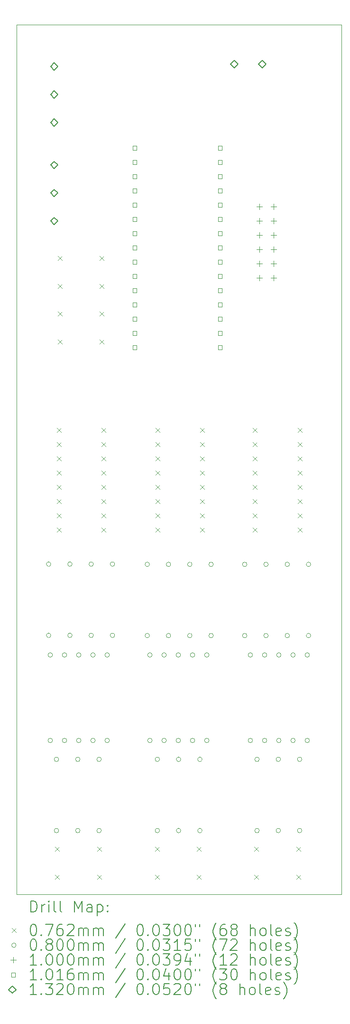
<source format=gbr>
%TF.GenerationSoftware,KiCad,Pcbnew,7.0.10-7.0.10~ubuntu22.04.1*%
%TF.CreationDate,2024-02-26T11:43:45-05:00*%
%TF.ProjectId,CapController,43617043-6f6e-4747-926f-6c6c65722e6b,rev?*%
%TF.SameCoordinates,Original*%
%TF.FileFunction,Drillmap*%
%TF.FilePolarity,Positive*%
%FSLAX45Y45*%
G04 Gerber Fmt 4.5, Leading zero omitted, Abs format (unit mm)*
G04 Created by KiCad (PCBNEW 7.0.10-7.0.10~ubuntu22.04.1) date 2024-02-26 11:43:45*
%MOMM*%
%LPD*%
G01*
G04 APERTURE LIST*
%ADD10C,0.100000*%
%ADD11C,0.200000*%
%ADD12C,0.101600*%
%ADD13C,0.132000*%
G04 APERTURE END LIST*
D10*
X9724045Y-1825320D02*
X15524045Y-1825320D01*
X15524045Y-17325320D01*
X9724045Y-17325320D01*
X9724045Y-1825320D01*
D11*
D10*
X10415900Y-16481900D02*
X10492100Y-16558100D01*
X10492100Y-16481900D02*
X10415900Y-16558100D01*
X10415900Y-16981900D02*
X10492100Y-17058100D01*
X10492100Y-16981900D02*
X10415900Y-17058100D01*
X10445945Y-9010220D02*
X10522145Y-9086420D01*
X10522145Y-9010220D02*
X10445945Y-9086420D01*
X10445945Y-9264220D02*
X10522145Y-9340420D01*
X10522145Y-9264220D02*
X10445945Y-9340420D01*
X10445945Y-9518220D02*
X10522145Y-9594420D01*
X10522145Y-9518220D02*
X10445945Y-9594420D01*
X10445945Y-9772220D02*
X10522145Y-9848420D01*
X10522145Y-9772220D02*
X10445945Y-9848420D01*
X10445945Y-10026220D02*
X10522145Y-10102420D01*
X10522145Y-10026220D02*
X10445945Y-10102420D01*
X10445945Y-10280220D02*
X10522145Y-10356420D01*
X10522145Y-10280220D02*
X10445945Y-10356420D01*
X10445945Y-10534220D02*
X10522145Y-10610420D01*
X10522145Y-10534220D02*
X10445945Y-10610420D01*
X10445945Y-10788220D02*
X10522145Y-10864420D01*
X10522145Y-10788220D02*
X10445945Y-10864420D01*
X10460945Y-5950220D02*
X10537145Y-6026420D01*
X10537145Y-5950220D02*
X10460945Y-6026420D01*
X10460945Y-6450220D02*
X10537145Y-6526420D01*
X10537145Y-6450220D02*
X10460945Y-6526420D01*
X10460945Y-6937220D02*
X10537145Y-7013420D01*
X10537145Y-6937220D02*
X10460945Y-7013420D01*
X10460945Y-7437220D02*
X10537145Y-7513420D01*
X10537145Y-7437220D02*
X10460945Y-7513420D01*
X11165900Y-16481900D02*
X11242100Y-16558100D01*
X11242100Y-16481900D02*
X11165900Y-16558100D01*
X11165900Y-16981900D02*
X11242100Y-17058100D01*
X11242100Y-16981900D02*
X11165900Y-17058100D01*
X11210945Y-5950220D02*
X11287145Y-6026420D01*
X11287145Y-5950220D02*
X11210945Y-6026420D01*
X11210945Y-6450220D02*
X11287145Y-6526420D01*
X11287145Y-6450220D02*
X11210945Y-6526420D01*
X11210945Y-6937220D02*
X11287145Y-7013420D01*
X11287145Y-6937220D02*
X11210945Y-7013420D01*
X11210945Y-7437220D02*
X11287145Y-7513420D01*
X11287145Y-7437220D02*
X11210945Y-7513420D01*
X11245945Y-9010220D02*
X11322145Y-9086420D01*
X11322145Y-9010220D02*
X11245945Y-9086420D01*
X11245945Y-9264220D02*
X11322145Y-9340420D01*
X11322145Y-9264220D02*
X11245945Y-9340420D01*
X11245945Y-9518220D02*
X11322145Y-9594420D01*
X11322145Y-9518220D02*
X11245945Y-9594420D01*
X11245945Y-9772220D02*
X11322145Y-9848420D01*
X11322145Y-9772220D02*
X11245945Y-9848420D01*
X11245945Y-10026220D02*
X11322145Y-10102420D01*
X11322145Y-10026220D02*
X11245945Y-10102420D01*
X11245945Y-10280220D02*
X11322145Y-10356420D01*
X11322145Y-10280220D02*
X11245945Y-10356420D01*
X11245945Y-10534220D02*
X11322145Y-10610420D01*
X11322145Y-10534220D02*
X11245945Y-10610420D01*
X11245945Y-10788220D02*
X11322145Y-10864420D01*
X11322145Y-10788220D02*
X11245945Y-10864420D01*
X12197900Y-16481900D02*
X12274100Y-16558100D01*
X12274100Y-16481900D02*
X12197900Y-16558100D01*
X12197900Y-16981900D02*
X12274100Y-17058100D01*
X12274100Y-16981900D02*
X12197900Y-17058100D01*
X12205945Y-9010220D02*
X12282145Y-9086420D01*
X12282145Y-9010220D02*
X12205945Y-9086420D01*
X12205945Y-9264220D02*
X12282145Y-9340420D01*
X12282145Y-9264220D02*
X12205945Y-9340420D01*
X12205945Y-9518220D02*
X12282145Y-9594420D01*
X12282145Y-9518220D02*
X12205945Y-9594420D01*
X12205945Y-9772220D02*
X12282145Y-9848420D01*
X12282145Y-9772220D02*
X12205945Y-9848420D01*
X12205945Y-10026220D02*
X12282145Y-10102420D01*
X12282145Y-10026220D02*
X12205945Y-10102420D01*
X12205945Y-10280220D02*
X12282145Y-10356420D01*
X12282145Y-10280220D02*
X12205945Y-10356420D01*
X12205945Y-10534220D02*
X12282145Y-10610420D01*
X12282145Y-10534220D02*
X12205945Y-10610420D01*
X12205945Y-10788220D02*
X12282145Y-10864420D01*
X12282145Y-10788220D02*
X12205945Y-10864420D01*
X12947900Y-16481900D02*
X13024100Y-16558100D01*
X13024100Y-16481900D02*
X12947900Y-16558100D01*
X12947900Y-16981900D02*
X13024100Y-17058100D01*
X13024100Y-16981900D02*
X12947900Y-17058100D01*
X13005945Y-9010220D02*
X13082145Y-9086420D01*
X13082145Y-9010220D02*
X13005945Y-9086420D01*
X13005945Y-9264220D02*
X13082145Y-9340420D01*
X13082145Y-9264220D02*
X13005945Y-9340420D01*
X13005945Y-9518220D02*
X13082145Y-9594420D01*
X13082145Y-9518220D02*
X13005945Y-9594420D01*
X13005945Y-9772220D02*
X13082145Y-9848420D01*
X13082145Y-9772220D02*
X13005945Y-9848420D01*
X13005945Y-10026220D02*
X13082145Y-10102420D01*
X13082145Y-10026220D02*
X13005945Y-10102420D01*
X13005945Y-10280220D02*
X13082145Y-10356420D01*
X13082145Y-10280220D02*
X13005945Y-10356420D01*
X13005945Y-10534220D02*
X13082145Y-10610420D01*
X13082145Y-10534220D02*
X13005945Y-10610420D01*
X13005945Y-10788220D02*
X13082145Y-10864420D01*
X13082145Y-10788220D02*
X13005945Y-10864420D01*
X13945945Y-9010220D02*
X14022145Y-9086420D01*
X14022145Y-9010220D02*
X13945945Y-9086420D01*
X13945945Y-9264220D02*
X14022145Y-9340420D01*
X14022145Y-9264220D02*
X13945945Y-9340420D01*
X13945945Y-9518220D02*
X14022145Y-9594420D01*
X14022145Y-9518220D02*
X13945945Y-9594420D01*
X13945945Y-9772220D02*
X14022145Y-9848420D01*
X14022145Y-9772220D02*
X13945945Y-9848420D01*
X13945945Y-10026220D02*
X14022145Y-10102420D01*
X14022145Y-10026220D02*
X13945945Y-10102420D01*
X13945945Y-10280220D02*
X14022145Y-10356420D01*
X14022145Y-10280220D02*
X13945945Y-10356420D01*
X13945945Y-10534220D02*
X14022145Y-10610420D01*
X14022145Y-10534220D02*
X13945945Y-10610420D01*
X13945945Y-10788220D02*
X14022145Y-10864420D01*
X14022145Y-10788220D02*
X13945945Y-10864420D01*
X13971900Y-16481900D02*
X14048100Y-16558100D01*
X14048100Y-16481900D02*
X13971900Y-16558100D01*
X13971900Y-16981900D02*
X14048100Y-17058100D01*
X14048100Y-16981900D02*
X13971900Y-17058100D01*
X14721900Y-16481900D02*
X14798100Y-16558100D01*
X14798100Y-16481900D02*
X14721900Y-16558100D01*
X14721900Y-16981900D02*
X14798100Y-17058100D01*
X14798100Y-16981900D02*
X14721900Y-17058100D01*
X14745945Y-9010220D02*
X14822145Y-9086420D01*
X14822145Y-9010220D02*
X14745945Y-9086420D01*
X14745945Y-9264220D02*
X14822145Y-9340420D01*
X14822145Y-9264220D02*
X14745945Y-9340420D01*
X14745945Y-9518220D02*
X14822145Y-9594420D01*
X14822145Y-9518220D02*
X14745945Y-9594420D01*
X14745945Y-9772220D02*
X14822145Y-9848420D01*
X14822145Y-9772220D02*
X14745945Y-9848420D01*
X14745945Y-10026220D02*
X14822145Y-10102420D01*
X14822145Y-10026220D02*
X14745945Y-10102420D01*
X14745945Y-10280220D02*
X14822145Y-10356420D01*
X14822145Y-10280220D02*
X14745945Y-10356420D01*
X14745945Y-10534220D02*
X14822145Y-10610420D01*
X14822145Y-10534220D02*
X14745945Y-10610420D01*
X14745945Y-10788220D02*
X14822145Y-10864420D01*
X14822145Y-10788220D02*
X14745945Y-10864420D01*
X10340000Y-11440000D02*
G75*
G03*
X10260000Y-11440000I-40000J0D01*
G01*
X10260000Y-11440000D02*
G75*
G03*
X10340000Y-11440000I40000J0D01*
G01*
X10340000Y-12710000D02*
G75*
G03*
X10260000Y-12710000I-40000J0D01*
G01*
X10260000Y-12710000D02*
G75*
G03*
X10340000Y-12710000I40000J0D01*
G01*
X10369000Y-13060000D02*
G75*
G03*
X10289000Y-13060000I-40000J0D01*
G01*
X10289000Y-13060000D02*
G75*
G03*
X10369000Y-13060000I40000J0D01*
G01*
X10369000Y-14584000D02*
G75*
G03*
X10289000Y-14584000I-40000J0D01*
G01*
X10289000Y-14584000D02*
G75*
G03*
X10369000Y-14584000I40000J0D01*
G01*
X10480000Y-14920000D02*
G75*
G03*
X10400000Y-14920000I-40000J0D01*
G01*
X10400000Y-14920000D02*
G75*
G03*
X10480000Y-14920000I40000J0D01*
G01*
X10480000Y-16190000D02*
G75*
G03*
X10400000Y-16190000I-40000J0D01*
G01*
X10400000Y-16190000D02*
G75*
G03*
X10480000Y-16190000I40000J0D01*
G01*
X10623000Y-13060000D02*
G75*
G03*
X10543000Y-13060000I-40000J0D01*
G01*
X10543000Y-13060000D02*
G75*
G03*
X10623000Y-13060000I40000J0D01*
G01*
X10623000Y-14584000D02*
G75*
G03*
X10543000Y-14584000I-40000J0D01*
G01*
X10543000Y-14584000D02*
G75*
G03*
X10623000Y-14584000I40000J0D01*
G01*
X10720000Y-11440000D02*
G75*
G03*
X10640000Y-11440000I-40000J0D01*
G01*
X10640000Y-11440000D02*
G75*
G03*
X10720000Y-11440000I40000J0D01*
G01*
X10720000Y-12710000D02*
G75*
G03*
X10640000Y-12710000I-40000J0D01*
G01*
X10640000Y-12710000D02*
G75*
G03*
X10720000Y-12710000I40000J0D01*
G01*
X10860000Y-14920000D02*
G75*
G03*
X10780000Y-14920000I-40000J0D01*
G01*
X10780000Y-14920000D02*
G75*
G03*
X10860000Y-14920000I40000J0D01*
G01*
X10860000Y-16190000D02*
G75*
G03*
X10780000Y-16190000I-40000J0D01*
G01*
X10780000Y-16190000D02*
G75*
G03*
X10860000Y-16190000I40000J0D01*
G01*
X10877000Y-13060000D02*
G75*
G03*
X10797000Y-13060000I-40000J0D01*
G01*
X10797000Y-13060000D02*
G75*
G03*
X10877000Y-13060000I40000J0D01*
G01*
X10877000Y-14584000D02*
G75*
G03*
X10797000Y-14584000I-40000J0D01*
G01*
X10797000Y-14584000D02*
G75*
G03*
X10877000Y-14584000I40000J0D01*
G01*
X11100000Y-11440000D02*
G75*
G03*
X11020000Y-11440000I-40000J0D01*
G01*
X11020000Y-11440000D02*
G75*
G03*
X11100000Y-11440000I40000J0D01*
G01*
X11100000Y-12710000D02*
G75*
G03*
X11020000Y-12710000I-40000J0D01*
G01*
X11020000Y-12710000D02*
G75*
G03*
X11100000Y-12710000I40000J0D01*
G01*
X11131000Y-13060000D02*
G75*
G03*
X11051000Y-13060000I-40000J0D01*
G01*
X11051000Y-13060000D02*
G75*
G03*
X11131000Y-13060000I40000J0D01*
G01*
X11131000Y-14584000D02*
G75*
G03*
X11051000Y-14584000I-40000J0D01*
G01*
X11051000Y-14584000D02*
G75*
G03*
X11131000Y-14584000I40000J0D01*
G01*
X11240000Y-14920000D02*
G75*
G03*
X11160000Y-14920000I-40000J0D01*
G01*
X11160000Y-14920000D02*
G75*
G03*
X11240000Y-14920000I40000J0D01*
G01*
X11240000Y-16190000D02*
G75*
G03*
X11160000Y-16190000I-40000J0D01*
G01*
X11160000Y-16190000D02*
G75*
G03*
X11240000Y-16190000I40000J0D01*
G01*
X11385000Y-13060000D02*
G75*
G03*
X11305000Y-13060000I-40000J0D01*
G01*
X11305000Y-13060000D02*
G75*
G03*
X11385000Y-13060000I40000J0D01*
G01*
X11385000Y-14584000D02*
G75*
G03*
X11305000Y-14584000I-40000J0D01*
G01*
X11305000Y-14584000D02*
G75*
G03*
X11385000Y-14584000I40000J0D01*
G01*
X11480000Y-11440000D02*
G75*
G03*
X11400000Y-11440000I-40000J0D01*
G01*
X11400000Y-11440000D02*
G75*
G03*
X11480000Y-11440000I40000J0D01*
G01*
X11480000Y-12710000D02*
G75*
G03*
X11400000Y-12710000I-40000J0D01*
G01*
X11400000Y-12710000D02*
G75*
G03*
X11480000Y-12710000I40000J0D01*
G01*
X12100000Y-11445000D02*
G75*
G03*
X12020000Y-11445000I-40000J0D01*
G01*
X12020000Y-11445000D02*
G75*
G03*
X12100000Y-11445000I40000J0D01*
G01*
X12100000Y-12715000D02*
G75*
G03*
X12020000Y-12715000I-40000J0D01*
G01*
X12020000Y-12715000D02*
G75*
G03*
X12100000Y-12715000I40000J0D01*
G01*
X12147000Y-13060000D02*
G75*
G03*
X12067000Y-13060000I-40000J0D01*
G01*
X12067000Y-13060000D02*
G75*
G03*
X12147000Y-13060000I40000J0D01*
G01*
X12147000Y-14584000D02*
G75*
G03*
X12067000Y-14584000I-40000J0D01*
G01*
X12067000Y-14584000D02*
G75*
G03*
X12147000Y-14584000I40000J0D01*
G01*
X12280000Y-14920000D02*
G75*
G03*
X12200000Y-14920000I-40000J0D01*
G01*
X12200000Y-14920000D02*
G75*
G03*
X12280000Y-14920000I40000J0D01*
G01*
X12280000Y-16190000D02*
G75*
G03*
X12200000Y-16190000I-40000J0D01*
G01*
X12200000Y-16190000D02*
G75*
G03*
X12280000Y-16190000I40000J0D01*
G01*
X12401000Y-13060000D02*
G75*
G03*
X12321000Y-13060000I-40000J0D01*
G01*
X12321000Y-13060000D02*
G75*
G03*
X12401000Y-13060000I40000J0D01*
G01*
X12401000Y-14584000D02*
G75*
G03*
X12321000Y-14584000I-40000J0D01*
G01*
X12321000Y-14584000D02*
G75*
G03*
X12401000Y-14584000I40000J0D01*
G01*
X12480000Y-11445000D02*
G75*
G03*
X12400000Y-11445000I-40000J0D01*
G01*
X12400000Y-11445000D02*
G75*
G03*
X12480000Y-11445000I40000J0D01*
G01*
X12480000Y-12715000D02*
G75*
G03*
X12400000Y-12715000I-40000J0D01*
G01*
X12400000Y-12715000D02*
G75*
G03*
X12480000Y-12715000I40000J0D01*
G01*
X12655000Y-13060000D02*
G75*
G03*
X12575000Y-13060000I-40000J0D01*
G01*
X12575000Y-13060000D02*
G75*
G03*
X12655000Y-13060000I40000J0D01*
G01*
X12655000Y-14584000D02*
G75*
G03*
X12575000Y-14584000I-40000J0D01*
G01*
X12575000Y-14584000D02*
G75*
G03*
X12655000Y-14584000I40000J0D01*
G01*
X12660000Y-14920000D02*
G75*
G03*
X12580000Y-14920000I-40000J0D01*
G01*
X12580000Y-14920000D02*
G75*
G03*
X12660000Y-14920000I40000J0D01*
G01*
X12660000Y-16190000D02*
G75*
G03*
X12580000Y-16190000I-40000J0D01*
G01*
X12580000Y-16190000D02*
G75*
G03*
X12660000Y-16190000I40000J0D01*
G01*
X12860000Y-11445000D02*
G75*
G03*
X12780000Y-11445000I-40000J0D01*
G01*
X12780000Y-11445000D02*
G75*
G03*
X12860000Y-11445000I40000J0D01*
G01*
X12860000Y-12715000D02*
G75*
G03*
X12780000Y-12715000I-40000J0D01*
G01*
X12780000Y-12715000D02*
G75*
G03*
X12860000Y-12715000I40000J0D01*
G01*
X12909000Y-13060000D02*
G75*
G03*
X12829000Y-13060000I-40000J0D01*
G01*
X12829000Y-13060000D02*
G75*
G03*
X12909000Y-13060000I40000J0D01*
G01*
X12909000Y-14584000D02*
G75*
G03*
X12829000Y-14584000I-40000J0D01*
G01*
X12829000Y-14584000D02*
G75*
G03*
X12909000Y-14584000I40000J0D01*
G01*
X13040000Y-14920000D02*
G75*
G03*
X12960000Y-14920000I-40000J0D01*
G01*
X12960000Y-14920000D02*
G75*
G03*
X13040000Y-14920000I40000J0D01*
G01*
X13040000Y-16190000D02*
G75*
G03*
X12960000Y-16190000I-40000J0D01*
G01*
X12960000Y-16190000D02*
G75*
G03*
X13040000Y-16190000I40000J0D01*
G01*
X13163000Y-13060000D02*
G75*
G03*
X13083000Y-13060000I-40000J0D01*
G01*
X13083000Y-13060000D02*
G75*
G03*
X13163000Y-13060000I40000J0D01*
G01*
X13163000Y-14584000D02*
G75*
G03*
X13083000Y-14584000I-40000J0D01*
G01*
X13083000Y-14584000D02*
G75*
G03*
X13163000Y-14584000I40000J0D01*
G01*
X13240000Y-11445000D02*
G75*
G03*
X13160000Y-11445000I-40000J0D01*
G01*
X13160000Y-11445000D02*
G75*
G03*
X13240000Y-11445000I40000J0D01*
G01*
X13240000Y-12715000D02*
G75*
G03*
X13160000Y-12715000I-40000J0D01*
G01*
X13160000Y-12715000D02*
G75*
G03*
X13240000Y-12715000I40000J0D01*
G01*
X13840000Y-11445000D02*
G75*
G03*
X13760000Y-11445000I-40000J0D01*
G01*
X13760000Y-11445000D02*
G75*
G03*
X13840000Y-11445000I40000J0D01*
G01*
X13840000Y-12715000D02*
G75*
G03*
X13760000Y-12715000I-40000J0D01*
G01*
X13760000Y-12715000D02*
G75*
G03*
X13840000Y-12715000I40000J0D01*
G01*
X13940000Y-13060000D02*
G75*
G03*
X13860000Y-13060000I-40000J0D01*
G01*
X13860000Y-13060000D02*
G75*
G03*
X13940000Y-13060000I40000J0D01*
G01*
X13940000Y-14584000D02*
G75*
G03*
X13860000Y-14584000I-40000J0D01*
G01*
X13860000Y-14584000D02*
G75*
G03*
X13940000Y-14584000I40000J0D01*
G01*
X14060000Y-14920000D02*
G75*
G03*
X13980000Y-14920000I-40000J0D01*
G01*
X13980000Y-14920000D02*
G75*
G03*
X14060000Y-14920000I40000J0D01*
G01*
X14060000Y-16190000D02*
G75*
G03*
X13980000Y-16190000I-40000J0D01*
G01*
X13980000Y-16190000D02*
G75*
G03*
X14060000Y-16190000I40000J0D01*
G01*
X14194000Y-13060000D02*
G75*
G03*
X14114000Y-13060000I-40000J0D01*
G01*
X14114000Y-13060000D02*
G75*
G03*
X14194000Y-13060000I40000J0D01*
G01*
X14194000Y-14584000D02*
G75*
G03*
X14114000Y-14584000I-40000J0D01*
G01*
X14114000Y-14584000D02*
G75*
G03*
X14194000Y-14584000I40000J0D01*
G01*
X14220000Y-11445000D02*
G75*
G03*
X14140000Y-11445000I-40000J0D01*
G01*
X14140000Y-11445000D02*
G75*
G03*
X14220000Y-11445000I40000J0D01*
G01*
X14220000Y-12715000D02*
G75*
G03*
X14140000Y-12715000I-40000J0D01*
G01*
X14140000Y-12715000D02*
G75*
G03*
X14220000Y-12715000I40000J0D01*
G01*
X14440000Y-14920000D02*
G75*
G03*
X14360000Y-14920000I-40000J0D01*
G01*
X14360000Y-14920000D02*
G75*
G03*
X14440000Y-14920000I40000J0D01*
G01*
X14440000Y-16190000D02*
G75*
G03*
X14360000Y-16190000I-40000J0D01*
G01*
X14360000Y-16190000D02*
G75*
G03*
X14440000Y-16190000I40000J0D01*
G01*
X14448000Y-13060000D02*
G75*
G03*
X14368000Y-13060000I-40000J0D01*
G01*
X14368000Y-13060000D02*
G75*
G03*
X14448000Y-13060000I40000J0D01*
G01*
X14448000Y-14584000D02*
G75*
G03*
X14368000Y-14584000I-40000J0D01*
G01*
X14368000Y-14584000D02*
G75*
G03*
X14448000Y-14584000I40000J0D01*
G01*
X14600000Y-11445000D02*
G75*
G03*
X14520000Y-11445000I-40000J0D01*
G01*
X14520000Y-11445000D02*
G75*
G03*
X14600000Y-11445000I40000J0D01*
G01*
X14600000Y-12715000D02*
G75*
G03*
X14520000Y-12715000I-40000J0D01*
G01*
X14520000Y-12715000D02*
G75*
G03*
X14600000Y-12715000I40000J0D01*
G01*
X14702000Y-13060000D02*
G75*
G03*
X14622000Y-13060000I-40000J0D01*
G01*
X14622000Y-13060000D02*
G75*
G03*
X14702000Y-13060000I40000J0D01*
G01*
X14702000Y-14584000D02*
G75*
G03*
X14622000Y-14584000I-40000J0D01*
G01*
X14622000Y-14584000D02*
G75*
G03*
X14702000Y-14584000I40000J0D01*
G01*
X14820000Y-14920000D02*
G75*
G03*
X14740000Y-14920000I-40000J0D01*
G01*
X14740000Y-14920000D02*
G75*
G03*
X14820000Y-14920000I40000J0D01*
G01*
X14820000Y-16190000D02*
G75*
G03*
X14740000Y-16190000I-40000J0D01*
G01*
X14740000Y-16190000D02*
G75*
G03*
X14820000Y-16190000I40000J0D01*
G01*
X14956000Y-13060000D02*
G75*
G03*
X14876000Y-13060000I-40000J0D01*
G01*
X14876000Y-13060000D02*
G75*
G03*
X14956000Y-13060000I40000J0D01*
G01*
X14956000Y-14584000D02*
G75*
G03*
X14876000Y-14584000I-40000J0D01*
G01*
X14876000Y-14584000D02*
G75*
G03*
X14956000Y-14584000I40000J0D01*
G01*
X14980000Y-11445000D02*
G75*
G03*
X14900000Y-11445000I-40000J0D01*
G01*
X14900000Y-11445000D02*
G75*
G03*
X14980000Y-11445000I40000J0D01*
G01*
X14980000Y-12715000D02*
G75*
G03*
X14900000Y-12715000I-40000J0D01*
G01*
X14900000Y-12715000D02*
G75*
G03*
X14980000Y-12715000I40000J0D01*
G01*
X14060295Y-5019320D02*
X14060295Y-5119320D01*
X14010295Y-5069320D02*
X14110295Y-5069320D01*
X14060295Y-5273320D02*
X14060295Y-5373320D01*
X14010295Y-5323320D02*
X14110295Y-5323320D01*
X14060295Y-5527320D02*
X14060295Y-5627320D01*
X14010295Y-5577320D02*
X14110295Y-5577320D01*
X14060295Y-5781320D02*
X14060295Y-5881320D01*
X14010295Y-5831320D02*
X14110295Y-5831320D01*
X14060295Y-6035320D02*
X14060295Y-6135320D01*
X14010295Y-6085320D02*
X14110295Y-6085320D01*
X14060295Y-6289320D02*
X14060295Y-6389320D01*
X14010295Y-6339320D02*
X14110295Y-6339320D01*
X14314295Y-5019320D02*
X14314295Y-5119320D01*
X14264295Y-5069320D02*
X14364295Y-5069320D01*
X14314295Y-5273320D02*
X14314295Y-5373320D01*
X14264295Y-5323320D02*
X14364295Y-5323320D01*
X14314295Y-5527320D02*
X14314295Y-5627320D01*
X14264295Y-5577320D02*
X14364295Y-5577320D01*
X14314295Y-5781320D02*
X14314295Y-5881320D01*
X14264295Y-5831320D02*
X14364295Y-5831320D01*
X14314295Y-6035320D02*
X14314295Y-6135320D01*
X14264295Y-6085320D02*
X14364295Y-6085320D01*
X14314295Y-6289320D02*
X14314295Y-6389320D01*
X14264295Y-6339320D02*
X14364295Y-6339320D01*
D12*
X11871966Y-4056241D02*
X11871966Y-3984398D01*
X11800123Y-3984398D01*
X11800123Y-4056241D01*
X11871966Y-4056241D01*
X11871966Y-4310241D02*
X11871966Y-4238398D01*
X11800123Y-4238398D01*
X11800123Y-4310241D01*
X11871966Y-4310241D01*
X11871966Y-4564241D02*
X11871966Y-4492398D01*
X11800123Y-4492398D01*
X11800123Y-4564241D01*
X11871966Y-4564241D01*
X11871966Y-4818241D02*
X11871966Y-4746398D01*
X11800123Y-4746398D01*
X11800123Y-4818241D01*
X11871966Y-4818241D01*
X11871966Y-5072241D02*
X11871966Y-5000398D01*
X11800123Y-5000398D01*
X11800123Y-5072241D01*
X11871966Y-5072241D01*
X11871966Y-5326241D02*
X11871966Y-5254398D01*
X11800123Y-5254398D01*
X11800123Y-5326241D01*
X11871966Y-5326241D01*
X11871966Y-5580241D02*
X11871966Y-5508398D01*
X11800123Y-5508398D01*
X11800123Y-5580241D01*
X11871966Y-5580241D01*
X11871966Y-5834241D02*
X11871966Y-5762398D01*
X11800123Y-5762398D01*
X11800123Y-5834241D01*
X11871966Y-5834241D01*
X11871966Y-6088241D02*
X11871966Y-6016398D01*
X11800123Y-6016398D01*
X11800123Y-6088241D01*
X11871966Y-6088241D01*
X11871966Y-6342241D02*
X11871966Y-6270398D01*
X11800123Y-6270398D01*
X11800123Y-6342241D01*
X11871966Y-6342241D01*
X11871966Y-6596241D02*
X11871966Y-6524398D01*
X11800123Y-6524398D01*
X11800123Y-6596241D01*
X11871966Y-6596241D01*
X11871966Y-6850241D02*
X11871966Y-6778398D01*
X11800123Y-6778398D01*
X11800123Y-6850241D01*
X11871966Y-6850241D01*
X11871966Y-7104241D02*
X11871966Y-7032398D01*
X11800123Y-7032398D01*
X11800123Y-7104241D01*
X11871966Y-7104241D01*
X11871966Y-7358241D02*
X11871966Y-7286398D01*
X11800123Y-7286398D01*
X11800123Y-7358241D01*
X11871966Y-7358241D01*
X11871966Y-7612241D02*
X11871966Y-7540398D01*
X11800123Y-7540398D01*
X11800123Y-7612241D01*
X11871966Y-7612241D01*
X13395966Y-4056241D02*
X13395966Y-3984398D01*
X13324123Y-3984398D01*
X13324123Y-4056241D01*
X13395966Y-4056241D01*
X13395966Y-4310241D02*
X13395966Y-4238398D01*
X13324123Y-4238398D01*
X13324123Y-4310241D01*
X13395966Y-4310241D01*
X13395966Y-4564241D02*
X13395966Y-4492398D01*
X13324123Y-4492398D01*
X13324123Y-4564241D01*
X13395966Y-4564241D01*
X13395966Y-4818241D02*
X13395966Y-4746398D01*
X13324123Y-4746398D01*
X13324123Y-4818241D01*
X13395966Y-4818241D01*
X13395966Y-5072241D02*
X13395966Y-5000398D01*
X13324123Y-5000398D01*
X13324123Y-5072241D01*
X13395966Y-5072241D01*
X13395966Y-5326241D02*
X13395966Y-5254398D01*
X13324123Y-5254398D01*
X13324123Y-5326241D01*
X13395966Y-5326241D01*
X13395966Y-5580241D02*
X13395966Y-5508398D01*
X13324123Y-5508398D01*
X13324123Y-5580241D01*
X13395966Y-5580241D01*
X13395966Y-5834241D02*
X13395966Y-5762398D01*
X13324123Y-5762398D01*
X13324123Y-5834241D01*
X13395966Y-5834241D01*
X13395966Y-6088241D02*
X13395966Y-6016398D01*
X13324123Y-6016398D01*
X13324123Y-6088241D01*
X13395966Y-6088241D01*
X13395966Y-6342241D02*
X13395966Y-6270398D01*
X13324123Y-6270398D01*
X13324123Y-6342241D01*
X13395966Y-6342241D01*
X13395966Y-6596241D02*
X13395966Y-6524398D01*
X13324123Y-6524398D01*
X13324123Y-6596241D01*
X13395966Y-6596241D01*
X13395966Y-6850241D02*
X13395966Y-6778398D01*
X13324123Y-6778398D01*
X13324123Y-6850241D01*
X13395966Y-6850241D01*
X13395966Y-7104241D02*
X13395966Y-7032398D01*
X13324123Y-7032398D01*
X13324123Y-7104241D01*
X13395966Y-7104241D01*
X13395966Y-7358241D02*
X13395966Y-7286398D01*
X13324123Y-7286398D01*
X13324123Y-7358241D01*
X13395966Y-7358241D01*
X13395966Y-7612241D02*
X13395966Y-7540398D01*
X13324123Y-7540398D01*
X13324123Y-7612241D01*
X13395966Y-7612241D01*
D13*
X10400045Y-2636820D02*
X10466045Y-2570820D01*
X10400045Y-2504820D01*
X10334045Y-2570820D01*
X10400045Y-2636820D01*
X10400045Y-3136820D02*
X10466045Y-3070820D01*
X10400045Y-3004820D01*
X10334045Y-3070820D01*
X10400045Y-3136820D01*
X10400045Y-3636820D02*
X10466045Y-3570820D01*
X10400045Y-3504820D01*
X10334045Y-3570820D01*
X10400045Y-3636820D01*
X10401045Y-4391320D02*
X10467045Y-4325320D01*
X10401045Y-4259320D01*
X10335045Y-4325320D01*
X10401045Y-4391320D01*
X10401045Y-4891320D02*
X10467045Y-4825320D01*
X10401045Y-4759320D01*
X10335045Y-4825320D01*
X10401045Y-4891320D01*
X10401045Y-5391320D02*
X10467045Y-5325320D01*
X10401045Y-5259320D01*
X10335045Y-5325320D01*
X10401045Y-5391320D01*
X13614045Y-2593320D02*
X13680045Y-2527320D01*
X13614045Y-2461320D01*
X13548045Y-2527320D01*
X13614045Y-2593320D01*
X14114045Y-2593320D02*
X14180045Y-2527320D01*
X14114045Y-2461320D01*
X14048045Y-2527320D01*
X14114045Y-2593320D01*
D11*
X9979822Y-17641804D02*
X9979822Y-17441804D01*
X9979822Y-17441804D02*
X10027441Y-17441804D01*
X10027441Y-17441804D02*
X10056012Y-17451327D01*
X10056012Y-17451327D02*
X10075060Y-17470375D01*
X10075060Y-17470375D02*
X10084584Y-17489423D01*
X10084584Y-17489423D02*
X10094107Y-17527518D01*
X10094107Y-17527518D02*
X10094107Y-17556089D01*
X10094107Y-17556089D02*
X10084584Y-17594185D01*
X10084584Y-17594185D02*
X10075060Y-17613232D01*
X10075060Y-17613232D02*
X10056012Y-17632280D01*
X10056012Y-17632280D02*
X10027441Y-17641804D01*
X10027441Y-17641804D02*
X9979822Y-17641804D01*
X10179822Y-17641804D02*
X10179822Y-17508470D01*
X10179822Y-17546566D02*
X10189346Y-17527518D01*
X10189346Y-17527518D02*
X10198869Y-17517994D01*
X10198869Y-17517994D02*
X10217917Y-17508470D01*
X10217917Y-17508470D02*
X10236965Y-17508470D01*
X10303631Y-17641804D02*
X10303631Y-17508470D01*
X10303631Y-17441804D02*
X10294107Y-17451327D01*
X10294107Y-17451327D02*
X10303631Y-17460851D01*
X10303631Y-17460851D02*
X10313155Y-17451327D01*
X10313155Y-17451327D02*
X10303631Y-17441804D01*
X10303631Y-17441804D02*
X10303631Y-17460851D01*
X10427441Y-17641804D02*
X10408393Y-17632280D01*
X10408393Y-17632280D02*
X10398869Y-17613232D01*
X10398869Y-17613232D02*
X10398869Y-17441804D01*
X10532203Y-17641804D02*
X10513155Y-17632280D01*
X10513155Y-17632280D02*
X10503631Y-17613232D01*
X10503631Y-17613232D02*
X10503631Y-17441804D01*
X10760774Y-17641804D02*
X10760774Y-17441804D01*
X10760774Y-17441804D02*
X10827441Y-17584661D01*
X10827441Y-17584661D02*
X10894107Y-17441804D01*
X10894107Y-17441804D02*
X10894107Y-17641804D01*
X11075060Y-17641804D02*
X11075060Y-17537042D01*
X11075060Y-17537042D02*
X11065536Y-17517994D01*
X11065536Y-17517994D02*
X11046488Y-17508470D01*
X11046488Y-17508470D02*
X11008393Y-17508470D01*
X11008393Y-17508470D02*
X10989346Y-17517994D01*
X11075060Y-17632280D02*
X11056012Y-17641804D01*
X11056012Y-17641804D02*
X11008393Y-17641804D01*
X11008393Y-17641804D02*
X10989346Y-17632280D01*
X10989346Y-17632280D02*
X10979822Y-17613232D01*
X10979822Y-17613232D02*
X10979822Y-17594185D01*
X10979822Y-17594185D02*
X10989346Y-17575137D01*
X10989346Y-17575137D02*
X11008393Y-17565613D01*
X11008393Y-17565613D02*
X11056012Y-17565613D01*
X11056012Y-17565613D02*
X11075060Y-17556089D01*
X11170298Y-17508470D02*
X11170298Y-17708470D01*
X11170298Y-17517994D02*
X11189345Y-17508470D01*
X11189345Y-17508470D02*
X11227441Y-17508470D01*
X11227441Y-17508470D02*
X11246488Y-17517994D01*
X11246488Y-17517994D02*
X11256012Y-17527518D01*
X11256012Y-17527518D02*
X11265536Y-17546566D01*
X11265536Y-17546566D02*
X11265536Y-17603708D01*
X11265536Y-17603708D02*
X11256012Y-17622756D01*
X11256012Y-17622756D02*
X11246488Y-17632280D01*
X11246488Y-17632280D02*
X11227441Y-17641804D01*
X11227441Y-17641804D02*
X11189345Y-17641804D01*
X11189345Y-17641804D02*
X11170298Y-17632280D01*
X11351250Y-17622756D02*
X11360774Y-17632280D01*
X11360774Y-17632280D02*
X11351250Y-17641804D01*
X11351250Y-17641804D02*
X11341726Y-17632280D01*
X11341726Y-17632280D02*
X11351250Y-17622756D01*
X11351250Y-17622756D02*
X11351250Y-17641804D01*
X11351250Y-17517994D02*
X11360774Y-17527518D01*
X11360774Y-17527518D02*
X11351250Y-17537042D01*
X11351250Y-17537042D02*
X11341726Y-17527518D01*
X11341726Y-17527518D02*
X11351250Y-17517994D01*
X11351250Y-17517994D02*
X11351250Y-17537042D01*
D10*
X9642845Y-17932220D02*
X9719045Y-18008420D01*
X9719045Y-17932220D02*
X9642845Y-18008420D01*
D11*
X10017917Y-17861804D02*
X10036965Y-17861804D01*
X10036965Y-17861804D02*
X10056012Y-17871327D01*
X10056012Y-17871327D02*
X10065536Y-17880851D01*
X10065536Y-17880851D02*
X10075060Y-17899899D01*
X10075060Y-17899899D02*
X10084584Y-17937994D01*
X10084584Y-17937994D02*
X10084584Y-17985613D01*
X10084584Y-17985613D02*
X10075060Y-18023708D01*
X10075060Y-18023708D02*
X10065536Y-18042756D01*
X10065536Y-18042756D02*
X10056012Y-18052280D01*
X10056012Y-18052280D02*
X10036965Y-18061804D01*
X10036965Y-18061804D02*
X10017917Y-18061804D01*
X10017917Y-18061804D02*
X9998869Y-18052280D01*
X9998869Y-18052280D02*
X9989346Y-18042756D01*
X9989346Y-18042756D02*
X9979822Y-18023708D01*
X9979822Y-18023708D02*
X9970298Y-17985613D01*
X9970298Y-17985613D02*
X9970298Y-17937994D01*
X9970298Y-17937994D02*
X9979822Y-17899899D01*
X9979822Y-17899899D02*
X9989346Y-17880851D01*
X9989346Y-17880851D02*
X9998869Y-17871327D01*
X9998869Y-17871327D02*
X10017917Y-17861804D01*
X10170298Y-18042756D02*
X10179822Y-18052280D01*
X10179822Y-18052280D02*
X10170298Y-18061804D01*
X10170298Y-18061804D02*
X10160774Y-18052280D01*
X10160774Y-18052280D02*
X10170298Y-18042756D01*
X10170298Y-18042756D02*
X10170298Y-18061804D01*
X10246488Y-17861804D02*
X10379822Y-17861804D01*
X10379822Y-17861804D02*
X10294107Y-18061804D01*
X10541727Y-17861804D02*
X10503631Y-17861804D01*
X10503631Y-17861804D02*
X10484584Y-17871327D01*
X10484584Y-17871327D02*
X10475060Y-17880851D01*
X10475060Y-17880851D02*
X10456012Y-17909423D01*
X10456012Y-17909423D02*
X10446488Y-17947518D01*
X10446488Y-17947518D02*
X10446488Y-18023708D01*
X10446488Y-18023708D02*
X10456012Y-18042756D01*
X10456012Y-18042756D02*
X10465536Y-18052280D01*
X10465536Y-18052280D02*
X10484584Y-18061804D01*
X10484584Y-18061804D02*
X10522679Y-18061804D01*
X10522679Y-18061804D02*
X10541727Y-18052280D01*
X10541727Y-18052280D02*
X10551250Y-18042756D01*
X10551250Y-18042756D02*
X10560774Y-18023708D01*
X10560774Y-18023708D02*
X10560774Y-17976089D01*
X10560774Y-17976089D02*
X10551250Y-17957042D01*
X10551250Y-17957042D02*
X10541727Y-17947518D01*
X10541727Y-17947518D02*
X10522679Y-17937994D01*
X10522679Y-17937994D02*
X10484584Y-17937994D01*
X10484584Y-17937994D02*
X10465536Y-17947518D01*
X10465536Y-17947518D02*
X10456012Y-17957042D01*
X10456012Y-17957042D02*
X10446488Y-17976089D01*
X10636965Y-17880851D02*
X10646488Y-17871327D01*
X10646488Y-17871327D02*
X10665536Y-17861804D01*
X10665536Y-17861804D02*
X10713155Y-17861804D01*
X10713155Y-17861804D02*
X10732203Y-17871327D01*
X10732203Y-17871327D02*
X10741727Y-17880851D01*
X10741727Y-17880851D02*
X10751250Y-17899899D01*
X10751250Y-17899899D02*
X10751250Y-17918946D01*
X10751250Y-17918946D02*
X10741727Y-17947518D01*
X10741727Y-17947518D02*
X10627441Y-18061804D01*
X10627441Y-18061804D02*
X10751250Y-18061804D01*
X10836965Y-18061804D02*
X10836965Y-17928470D01*
X10836965Y-17947518D02*
X10846488Y-17937994D01*
X10846488Y-17937994D02*
X10865536Y-17928470D01*
X10865536Y-17928470D02*
X10894108Y-17928470D01*
X10894108Y-17928470D02*
X10913155Y-17937994D01*
X10913155Y-17937994D02*
X10922679Y-17957042D01*
X10922679Y-17957042D02*
X10922679Y-18061804D01*
X10922679Y-17957042D02*
X10932203Y-17937994D01*
X10932203Y-17937994D02*
X10951250Y-17928470D01*
X10951250Y-17928470D02*
X10979822Y-17928470D01*
X10979822Y-17928470D02*
X10998869Y-17937994D01*
X10998869Y-17937994D02*
X11008393Y-17957042D01*
X11008393Y-17957042D02*
X11008393Y-18061804D01*
X11103631Y-18061804D02*
X11103631Y-17928470D01*
X11103631Y-17947518D02*
X11113155Y-17937994D01*
X11113155Y-17937994D02*
X11132203Y-17928470D01*
X11132203Y-17928470D02*
X11160774Y-17928470D01*
X11160774Y-17928470D02*
X11179822Y-17937994D01*
X11179822Y-17937994D02*
X11189346Y-17957042D01*
X11189346Y-17957042D02*
X11189346Y-18061804D01*
X11189346Y-17957042D02*
X11198869Y-17937994D01*
X11198869Y-17937994D02*
X11217917Y-17928470D01*
X11217917Y-17928470D02*
X11246488Y-17928470D01*
X11246488Y-17928470D02*
X11265536Y-17937994D01*
X11265536Y-17937994D02*
X11275060Y-17957042D01*
X11275060Y-17957042D02*
X11275060Y-18061804D01*
X11665536Y-17852280D02*
X11494108Y-18109423D01*
X11922679Y-17861804D02*
X11941727Y-17861804D01*
X11941727Y-17861804D02*
X11960774Y-17871327D01*
X11960774Y-17871327D02*
X11970298Y-17880851D01*
X11970298Y-17880851D02*
X11979822Y-17899899D01*
X11979822Y-17899899D02*
X11989346Y-17937994D01*
X11989346Y-17937994D02*
X11989346Y-17985613D01*
X11989346Y-17985613D02*
X11979822Y-18023708D01*
X11979822Y-18023708D02*
X11970298Y-18042756D01*
X11970298Y-18042756D02*
X11960774Y-18052280D01*
X11960774Y-18052280D02*
X11941727Y-18061804D01*
X11941727Y-18061804D02*
X11922679Y-18061804D01*
X11922679Y-18061804D02*
X11903631Y-18052280D01*
X11903631Y-18052280D02*
X11894108Y-18042756D01*
X11894108Y-18042756D02*
X11884584Y-18023708D01*
X11884584Y-18023708D02*
X11875060Y-17985613D01*
X11875060Y-17985613D02*
X11875060Y-17937994D01*
X11875060Y-17937994D02*
X11884584Y-17899899D01*
X11884584Y-17899899D02*
X11894108Y-17880851D01*
X11894108Y-17880851D02*
X11903631Y-17871327D01*
X11903631Y-17871327D02*
X11922679Y-17861804D01*
X12075060Y-18042756D02*
X12084584Y-18052280D01*
X12084584Y-18052280D02*
X12075060Y-18061804D01*
X12075060Y-18061804D02*
X12065536Y-18052280D01*
X12065536Y-18052280D02*
X12075060Y-18042756D01*
X12075060Y-18042756D02*
X12075060Y-18061804D01*
X12208393Y-17861804D02*
X12227441Y-17861804D01*
X12227441Y-17861804D02*
X12246489Y-17871327D01*
X12246489Y-17871327D02*
X12256012Y-17880851D01*
X12256012Y-17880851D02*
X12265536Y-17899899D01*
X12265536Y-17899899D02*
X12275060Y-17937994D01*
X12275060Y-17937994D02*
X12275060Y-17985613D01*
X12275060Y-17985613D02*
X12265536Y-18023708D01*
X12265536Y-18023708D02*
X12256012Y-18042756D01*
X12256012Y-18042756D02*
X12246489Y-18052280D01*
X12246489Y-18052280D02*
X12227441Y-18061804D01*
X12227441Y-18061804D02*
X12208393Y-18061804D01*
X12208393Y-18061804D02*
X12189346Y-18052280D01*
X12189346Y-18052280D02*
X12179822Y-18042756D01*
X12179822Y-18042756D02*
X12170298Y-18023708D01*
X12170298Y-18023708D02*
X12160774Y-17985613D01*
X12160774Y-17985613D02*
X12160774Y-17937994D01*
X12160774Y-17937994D02*
X12170298Y-17899899D01*
X12170298Y-17899899D02*
X12179822Y-17880851D01*
X12179822Y-17880851D02*
X12189346Y-17871327D01*
X12189346Y-17871327D02*
X12208393Y-17861804D01*
X12341727Y-17861804D02*
X12465536Y-17861804D01*
X12465536Y-17861804D02*
X12398869Y-17937994D01*
X12398869Y-17937994D02*
X12427441Y-17937994D01*
X12427441Y-17937994D02*
X12446489Y-17947518D01*
X12446489Y-17947518D02*
X12456012Y-17957042D01*
X12456012Y-17957042D02*
X12465536Y-17976089D01*
X12465536Y-17976089D02*
X12465536Y-18023708D01*
X12465536Y-18023708D02*
X12456012Y-18042756D01*
X12456012Y-18042756D02*
X12446489Y-18052280D01*
X12446489Y-18052280D02*
X12427441Y-18061804D01*
X12427441Y-18061804D02*
X12370298Y-18061804D01*
X12370298Y-18061804D02*
X12351250Y-18052280D01*
X12351250Y-18052280D02*
X12341727Y-18042756D01*
X12589346Y-17861804D02*
X12608393Y-17861804D01*
X12608393Y-17861804D02*
X12627441Y-17871327D01*
X12627441Y-17871327D02*
X12636965Y-17880851D01*
X12636965Y-17880851D02*
X12646489Y-17899899D01*
X12646489Y-17899899D02*
X12656012Y-17937994D01*
X12656012Y-17937994D02*
X12656012Y-17985613D01*
X12656012Y-17985613D02*
X12646489Y-18023708D01*
X12646489Y-18023708D02*
X12636965Y-18042756D01*
X12636965Y-18042756D02*
X12627441Y-18052280D01*
X12627441Y-18052280D02*
X12608393Y-18061804D01*
X12608393Y-18061804D02*
X12589346Y-18061804D01*
X12589346Y-18061804D02*
X12570298Y-18052280D01*
X12570298Y-18052280D02*
X12560774Y-18042756D01*
X12560774Y-18042756D02*
X12551250Y-18023708D01*
X12551250Y-18023708D02*
X12541727Y-17985613D01*
X12541727Y-17985613D02*
X12541727Y-17937994D01*
X12541727Y-17937994D02*
X12551250Y-17899899D01*
X12551250Y-17899899D02*
X12560774Y-17880851D01*
X12560774Y-17880851D02*
X12570298Y-17871327D01*
X12570298Y-17871327D02*
X12589346Y-17861804D01*
X12779822Y-17861804D02*
X12798870Y-17861804D01*
X12798870Y-17861804D02*
X12817917Y-17871327D01*
X12817917Y-17871327D02*
X12827441Y-17880851D01*
X12827441Y-17880851D02*
X12836965Y-17899899D01*
X12836965Y-17899899D02*
X12846489Y-17937994D01*
X12846489Y-17937994D02*
X12846489Y-17985613D01*
X12846489Y-17985613D02*
X12836965Y-18023708D01*
X12836965Y-18023708D02*
X12827441Y-18042756D01*
X12827441Y-18042756D02*
X12817917Y-18052280D01*
X12817917Y-18052280D02*
X12798870Y-18061804D01*
X12798870Y-18061804D02*
X12779822Y-18061804D01*
X12779822Y-18061804D02*
X12760774Y-18052280D01*
X12760774Y-18052280D02*
X12751250Y-18042756D01*
X12751250Y-18042756D02*
X12741727Y-18023708D01*
X12741727Y-18023708D02*
X12732203Y-17985613D01*
X12732203Y-17985613D02*
X12732203Y-17937994D01*
X12732203Y-17937994D02*
X12741727Y-17899899D01*
X12741727Y-17899899D02*
X12751250Y-17880851D01*
X12751250Y-17880851D02*
X12760774Y-17871327D01*
X12760774Y-17871327D02*
X12779822Y-17861804D01*
X12922679Y-17861804D02*
X12922679Y-17899899D01*
X12998870Y-17861804D02*
X12998870Y-17899899D01*
X13294108Y-18137994D02*
X13284584Y-18128470D01*
X13284584Y-18128470D02*
X13265536Y-18099899D01*
X13265536Y-18099899D02*
X13256012Y-18080851D01*
X13256012Y-18080851D02*
X13246489Y-18052280D01*
X13246489Y-18052280D02*
X13236965Y-18004661D01*
X13236965Y-18004661D02*
X13236965Y-17966566D01*
X13236965Y-17966566D02*
X13246489Y-17918946D01*
X13246489Y-17918946D02*
X13256012Y-17890375D01*
X13256012Y-17890375D02*
X13265536Y-17871327D01*
X13265536Y-17871327D02*
X13284584Y-17842756D01*
X13284584Y-17842756D02*
X13294108Y-17833232D01*
X13456012Y-17861804D02*
X13417917Y-17861804D01*
X13417917Y-17861804D02*
X13398870Y-17871327D01*
X13398870Y-17871327D02*
X13389346Y-17880851D01*
X13389346Y-17880851D02*
X13370298Y-17909423D01*
X13370298Y-17909423D02*
X13360774Y-17947518D01*
X13360774Y-17947518D02*
X13360774Y-18023708D01*
X13360774Y-18023708D02*
X13370298Y-18042756D01*
X13370298Y-18042756D02*
X13379822Y-18052280D01*
X13379822Y-18052280D02*
X13398870Y-18061804D01*
X13398870Y-18061804D02*
X13436965Y-18061804D01*
X13436965Y-18061804D02*
X13456012Y-18052280D01*
X13456012Y-18052280D02*
X13465536Y-18042756D01*
X13465536Y-18042756D02*
X13475060Y-18023708D01*
X13475060Y-18023708D02*
X13475060Y-17976089D01*
X13475060Y-17976089D02*
X13465536Y-17957042D01*
X13465536Y-17957042D02*
X13456012Y-17947518D01*
X13456012Y-17947518D02*
X13436965Y-17937994D01*
X13436965Y-17937994D02*
X13398870Y-17937994D01*
X13398870Y-17937994D02*
X13379822Y-17947518D01*
X13379822Y-17947518D02*
X13370298Y-17957042D01*
X13370298Y-17957042D02*
X13360774Y-17976089D01*
X13589346Y-17947518D02*
X13570298Y-17937994D01*
X13570298Y-17937994D02*
X13560774Y-17928470D01*
X13560774Y-17928470D02*
X13551251Y-17909423D01*
X13551251Y-17909423D02*
X13551251Y-17899899D01*
X13551251Y-17899899D02*
X13560774Y-17880851D01*
X13560774Y-17880851D02*
X13570298Y-17871327D01*
X13570298Y-17871327D02*
X13589346Y-17861804D01*
X13589346Y-17861804D02*
X13627441Y-17861804D01*
X13627441Y-17861804D02*
X13646489Y-17871327D01*
X13646489Y-17871327D02*
X13656012Y-17880851D01*
X13656012Y-17880851D02*
X13665536Y-17899899D01*
X13665536Y-17899899D02*
X13665536Y-17909423D01*
X13665536Y-17909423D02*
X13656012Y-17928470D01*
X13656012Y-17928470D02*
X13646489Y-17937994D01*
X13646489Y-17937994D02*
X13627441Y-17947518D01*
X13627441Y-17947518D02*
X13589346Y-17947518D01*
X13589346Y-17947518D02*
X13570298Y-17957042D01*
X13570298Y-17957042D02*
X13560774Y-17966566D01*
X13560774Y-17966566D02*
X13551251Y-17985613D01*
X13551251Y-17985613D02*
X13551251Y-18023708D01*
X13551251Y-18023708D02*
X13560774Y-18042756D01*
X13560774Y-18042756D02*
X13570298Y-18052280D01*
X13570298Y-18052280D02*
X13589346Y-18061804D01*
X13589346Y-18061804D02*
X13627441Y-18061804D01*
X13627441Y-18061804D02*
X13646489Y-18052280D01*
X13646489Y-18052280D02*
X13656012Y-18042756D01*
X13656012Y-18042756D02*
X13665536Y-18023708D01*
X13665536Y-18023708D02*
X13665536Y-17985613D01*
X13665536Y-17985613D02*
X13656012Y-17966566D01*
X13656012Y-17966566D02*
X13646489Y-17957042D01*
X13646489Y-17957042D02*
X13627441Y-17947518D01*
X13903632Y-18061804D02*
X13903632Y-17861804D01*
X13989346Y-18061804D02*
X13989346Y-17957042D01*
X13989346Y-17957042D02*
X13979822Y-17937994D01*
X13979822Y-17937994D02*
X13960774Y-17928470D01*
X13960774Y-17928470D02*
X13932203Y-17928470D01*
X13932203Y-17928470D02*
X13913155Y-17937994D01*
X13913155Y-17937994D02*
X13903632Y-17947518D01*
X14113155Y-18061804D02*
X14094108Y-18052280D01*
X14094108Y-18052280D02*
X14084584Y-18042756D01*
X14084584Y-18042756D02*
X14075060Y-18023708D01*
X14075060Y-18023708D02*
X14075060Y-17966566D01*
X14075060Y-17966566D02*
X14084584Y-17947518D01*
X14084584Y-17947518D02*
X14094108Y-17937994D01*
X14094108Y-17937994D02*
X14113155Y-17928470D01*
X14113155Y-17928470D02*
X14141727Y-17928470D01*
X14141727Y-17928470D02*
X14160774Y-17937994D01*
X14160774Y-17937994D02*
X14170298Y-17947518D01*
X14170298Y-17947518D02*
X14179822Y-17966566D01*
X14179822Y-17966566D02*
X14179822Y-18023708D01*
X14179822Y-18023708D02*
X14170298Y-18042756D01*
X14170298Y-18042756D02*
X14160774Y-18052280D01*
X14160774Y-18052280D02*
X14141727Y-18061804D01*
X14141727Y-18061804D02*
X14113155Y-18061804D01*
X14294108Y-18061804D02*
X14275060Y-18052280D01*
X14275060Y-18052280D02*
X14265536Y-18033232D01*
X14265536Y-18033232D02*
X14265536Y-17861804D01*
X14446489Y-18052280D02*
X14427441Y-18061804D01*
X14427441Y-18061804D02*
X14389346Y-18061804D01*
X14389346Y-18061804D02*
X14370298Y-18052280D01*
X14370298Y-18052280D02*
X14360774Y-18033232D01*
X14360774Y-18033232D02*
X14360774Y-17957042D01*
X14360774Y-17957042D02*
X14370298Y-17937994D01*
X14370298Y-17937994D02*
X14389346Y-17928470D01*
X14389346Y-17928470D02*
X14427441Y-17928470D01*
X14427441Y-17928470D02*
X14446489Y-17937994D01*
X14446489Y-17937994D02*
X14456013Y-17957042D01*
X14456013Y-17957042D02*
X14456013Y-17976089D01*
X14456013Y-17976089D02*
X14360774Y-17995137D01*
X14532203Y-18052280D02*
X14551251Y-18061804D01*
X14551251Y-18061804D02*
X14589346Y-18061804D01*
X14589346Y-18061804D02*
X14608394Y-18052280D01*
X14608394Y-18052280D02*
X14617917Y-18033232D01*
X14617917Y-18033232D02*
X14617917Y-18023708D01*
X14617917Y-18023708D02*
X14608394Y-18004661D01*
X14608394Y-18004661D02*
X14589346Y-17995137D01*
X14589346Y-17995137D02*
X14560774Y-17995137D01*
X14560774Y-17995137D02*
X14541727Y-17985613D01*
X14541727Y-17985613D02*
X14532203Y-17966566D01*
X14532203Y-17966566D02*
X14532203Y-17957042D01*
X14532203Y-17957042D02*
X14541727Y-17937994D01*
X14541727Y-17937994D02*
X14560774Y-17928470D01*
X14560774Y-17928470D02*
X14589346Y-17928470D01*
X14589346Y-17928470D02*
X14608394Y-17937994D01*
X14684584Y-18137994D02*
X14694108Y-18128470D01*
X14694108Y-18128470D02*
X14713155Y-18099899D01*
X14713155Y-18099899D02*
X14722679Y-18080851D01*
X14722679Y-18080851D02*
X14732203Y-18052280D01*
X14732203Y-18052280D02*
X14741727Y-18004661D01*
X14741727Y-18004661D02*
X14741727Y-17966566D01*
X14741727Y-17966566D02*
X14732203Y-17918946D01*
X14732203Y-17918946D02*
X14722679Y-17890375D01*
X14722679Y-17890375D02*
X14713155Y-17871327D01*
X14713155Y-17871327D02*
X14694108Y-17842756D01*
X14694108Y-17842756D02*
X14684584Y-17833232D01*
D10*
X9719045Y-18234320D02*
G75*
G03*
X9639045Y-18234320I-40000J0D01*
G01*
X9639045Y-18234320D02*
G75*
G03*
X9719045Y-18234320I40000J0D01*
G01*
D11*
X10017917Y-18125804D02*
X10036965Y-18125804D01*
X10036965Y-18125804D02*
X10056012Y-18135327D01*
X10056012Y-18135327D02*
X10065536Y-18144851D01*
X10065536Y-18144851D02*
X10075060Y-18163899D01*
X10075060Y-18163899D02*
X10084584Y-18201994D01*
X10084584Y-18201994D02*
X10084584Y-18249613D01*
X10084584Y-18249613D02*
X10075060Y-18287708D01*
X10075060Y-18287708D02*
X10065536Y-18306756D01*
X10065536Y-18306756D02*
X10056012Y-18316280D01*
X10056012Y-18316280D02*
X10036965Y-18325804D01*
X10036965Y-18325804D02*
X10017917Y-18325804D01*
X10017917Y-18325804D02*
X9998869Y-18316280D01*
X9998869Y-18316280D02*
X9989346Y-18306756D01*
X9989346Y-18306756D02*
X9979822Y-18287708D01*
X9979822Y-18287708D02*
X9970298Y-18249613D01*
X9970298Y-18249613D02*
X9970298Y-18201994D01*
X9970298Y-18201994D02*
X9979822Y-18163899D01*
X9979822Y-18163899D02*
X9989346Y-18144851D01*
X9989346Y-18144851D02*
X9998869Y-18135327D01*
X9998869Y-18135327D02*
X10017917Y-18125804D01*
X10170298Y-18306756D02*
X10179822Y-18316280D01*
X10179822Y-18316280D02*
X10170298Y-18325804D01*
X10170298Y-18325804D02*
X10160774Y-18316280D01*
X10160774Y-18316280D02*
X10170298Y-18306756D01*
X10170298Y-18306756D02*
X10170298Y-18325804D01*
X10294107Y-18211518D02*
X10275060Y-18201994D01*
X10275060Y-18201994D02*
X10265536Y-18192470D01*
X10265536Y-18192470D02*
X10256012Y-18173423D01*
X10256012Y-18173423D02*
X10256012Y-18163899D01*
X10256012Y-18163899D02*
X10265536Y-18144851D01*
X10265536Y-18144851D02*
X10275060Y-18135327D01*
X10275060Y-18135327D02*
X10294107Y-18125804D01*
X10294107Y-18125804D02*
X10332203Y-18125804D01*
X10332203Y-18125804D02*
X10351250Y-18135327D01*
X10351250Y-18135327D02*
X10360774Y-18144851D01*
X10360774Y-18144851D02*
X10370298Y-18163899D01*
X10370298Y-18163899D02*
X10370298Y-18173423D01*
X10370298Y-18173423D02*
X10360774Y-18192470D01*
X10360774Y-18192470D02*
X10351250Y-18201994D01*
X10351250Y-18201994D02*
X10332203Y-18211518D01*
X10332203Y-18211518D02*
X10294107Y-18211518D01*
X10294107Y-18211518D02*
X10275060Y-18221042D01*
X10275060Y-18221042D02*
X10265536Y-18230566D01*
X10265536Y-18230566D02*
X10256012Y-18249613D01*
X10256012Y-18249613D02*
X10256012Y-18287708D01*
X10256012Y-18287708D02*
X10265536Y-18306756D01*
X10265536Y-18306756D02*
X10275060Y-18316280D01*
X10275060Y-18316280D02*
X10294107Y-18325804D01*
X10294107Y-18325804D02*
X10332203Y-18325804D01*
X10332203Y-18325804D02*
X10351250Y-18316280D01*
X10351250Y-18316280D02*
X10360774Y-18306756D01*
X10360774Y-18306756D02*
X10370298Y-18287708D01*
X10370298Y-18287708D02*
X10370298Y-18249613D01*
X10370298Y-18249613D02*
X10360774Y-18230566D01*
X10360774Y-18230566D02*
X10351250Y-18221042D01*
X10351250Y-18221042D02*
X10332203Y-18211518D01*
X10494107Y-18125804D02*
X10513155Y-18125804D01*
X10513155Y-18125804D02*
X10532203Y-18135327D01*
X10532203Y-18135327D02*
X10541727Y-18144851D01*
X10541727Y-18144851D02*
X10551250Y-18163899D01*
X10551250Y-18163899D02*
X10560774Y-18201994D01*
X10560774Y-18201994D02*
X10560774Y-18249613D01*
X10560774Y-18249613D02*
X10551250Y-18287708D01*
X10551250Y-18287708D02*
X10541727Y-18306756D01*
X10541727Y-18306756D02*
X10532203Y-18316280D01*
X10532203Y-18316280D02*
X10513155Y-18325804D01*
X10513155Y-18325804D02*
X10494107Y-18325804D01*
X10494107Y-18325804D02*
X10475060Y-18316280D01*
X10475060Y-18316280D02*
X10465536Y-18306756D01*
X10465536Y-18306756D02*
X10456012Y-18287708D01*
X10456012Y-18287708D02*
X10446488Y-18249613D01*
X10446488Y-18249613D02*
X10446488Y-18201994D01*
X10446488Y-18201994D02*
X10456012Y-18163899D01*
X10456012Y-18163899D02*
X10465536Y-18144851D01*
X10465536Y-18144851D02*
X10475060Y-18135327D01*
X10475060Y-18135327D02*
X10494107Y-18125804D01*
X10684584Y-18125804D02*
X10703631Y-18125804D01*
X10703631Y-18125804D02*
X10722679Y-18135327D01*
X10722679Y-18135327D02*
X10732203Y-18144851D01*
X10732203Y-18144851D02*
X10741727Y-18163899D01*
X10741727Y-18163899D02*
X10751250Y-18201994D01*
X10751250Y-18201994D02*
X10751250Y-18249613D01*
X10751250Y-18249613D02*
X10741727Y-18287708D01*
X10741727Y-18287708D02*
X10732203Y-18306756D01*
X10732203Y-18306756D02*
X10722679Y-18316280D01*
X10722679Y-18316280D02*
X10703631Y-18325804D01*
X10703631Y-18325804D02*
X10684584Y-18325804D01*
X10684584Y-18325804D02*
X10665536Y-18316280D01*
X10665536Y-18316280D02*
X10656012Y-18306756D01*
X10656012Y-18306756D02*
X10646488Y-18287708D01*
X10646488Y-18287708D02*
X10636965Y-18249613D01*
X10636965Y-18249613D02*
X10636965Y-18201994D01*
X10636965Y-18201994D02*
X10646488Y-18163899D01*
X10646488Y-18163899D02*
X10656012Y-18144851D01*
X10656012Y-18144851D02*
X10665536Y-18135327D01*
X10665536Y-18135327D02*
X10684584Y-18125804D01*
X10836965Y-18325804D02*
X10836965Y-18192470D01*
X10836965Y-18211518D02*
X10846488Y-18201994D01*
X10846488Y-18201994D02*
X10865536Y-18192470D01*
X10865536Y-18192470D02*
X10894108Y-18192470D01*
X10894108Y-18192470D02*
X10913155Y-18201994D01*
X10913155Y-18201994D02*
X10922679Y-18221042D01*
X10922679Y-18221042D02*
X10922679Y-18325804D01*
X10922679Y-18221042D02*
X10932203Y-18201994D01*
X10932203Y-18201994D02*
X10951250Y-18192470D01*
X10951250Y-18192470D02*
X10979822Y-18192470D01*
X10979822Y-18192470D02*
X10998869Y-18201994D01*
X10998869Y-18201994D02*
X11008393Y-18221042D01*
X11008393Y-18221042D02*
X11008393Y-18325804D01*
X11103631Y-18325804D02*
X11103631Y-18192470D01*
X11103631Y-18211518D02*
X11113155Y-18201994D01*
X11113155Y-18201994D02*
X11132203Y-18192470D01*
X11132203Y-18192470D02*
X11160774Y-18192470D01*
X11160774Y-18192470D02*
X11179822Y-18201994D01*
X11179822Y-18201994D02*
X11189346Y-18221042D01*
X11189346Y-18221042D02*
X11189346Y-18325804D01*
X11189346Y-18221042D02*
X11198869Y-18201994D01*
X11198869Y-18201994D02*
X11217917Y-18192470D01*
X11217917Y-18192470D02*
X11246488Y-18192470D01*
X11246488Y-18192470D02*
X11265536Y-18201994D01*
X11265536Y-18201994D02*
X11275060Y-18221042D01*
X11275060Y-18221042D02*
X11275060Y-18325804D01*
X11665536Y-18116280D02*
X11494108Y-18373423D01*
X11922679Y-18125804D02*
X11941727Y-18125804D01*
X11941727Y-18125804D02*
X11960774Y-18135327D01*
X11960774Y-18135327D02*
X11970298Y-18144851D01*
X11970298Y-18144851D02*
X11979822Y-18163899D01*
X11979822Y-18163899D02*
X11989346Y-18201994D01*
X11989346Y-18201994D02*
X11989346Y-18249613D01*
X11989346Y-18249613D02*
X11979822Y-18287708D01*
X11979822Y-18287708D02*
X11970298Y-18306756D01*
X11970298Y-18306756D02*
X11960774Y-18316280D01*
X11960774Y-18316280D02*
X11941727Y-18325804D01*
X11941727Y-18325804D02*
X11922679Y-18325804D01*
X11922679Y-18325804D02*
X11903631Y-18316280D01*
X11903631Y-18316280D02*
X11894108Y-18306756D01*
X11894108Y-18306756D02*
X11884584Y-18287708D01*
X11884584Y-18287708D02*
X11875060Y-18249613D01*
X11875060Y-18249613D02*
X11875060Y-18201994D01*
X11875060Y-18201994D02*
X11884584Y-18163899D01*
X11884584Y-18163899D02*
X11894108Y-18144851D01*
X11894108Y-18144851D02*
X11903631Y-18135327D01*
X11903631Y-18135327D02*
X11922679Y-18125804D01*
X12075060Y-18306756D02*
X12084584Y-18316280D01*
X12084584Y-18316280D02*
X12075060Y-18325804D01*
X12075060Y-18325804D02*
X12065536Y-18316280D01*
X12065536Y-18316280D02*
X12075060Y-18306756D01*
X12075060Y-18306756D02*
X12075060Y-18325804D01*
X12208393Y-18125804D02*
X12227441Y-18125804D01*
X12227441Y-18125804D02*
X12246489Y-18135327D01*
X12246489Y-18135327D02*
X12256012Y-18144851D01*
X12256012Y-18144851D02*
X12265536Y-18163899D01*
X12265536Y-18163899D02*
X12275060Y-18201994D01*
X12275060Y-18201994D02*
X12275060Y-18249613D01*
X12275060Y-18249613D02*
X12265536Y-18287708D01*
X12265536Y-18287708D02*
X12256012Y-18306756D01*
X12256012Y-18306756D02*
X12246489Y-18316280D01*
X12246489Y-18316280D02*
X12227441Y-18325804D01*
X12227441Y-18325804D02*
X12208393Y-18325804D01*
X12208393Y-18325804D02*
X12189346Y-18316280D01*
X12189346Y-18316280D02*
X12179822Y-18306756D01*
X12179822Y-18306756D02*
X12170298Y-18287708D01*
X12170298Y-18287708D02*
X12160774Y-18249613D01*
X12160774Y-18249613D02*
X12160774Y-18201994D01*
X12160774Y-18201994D02*
X12170298Y-18163899D01*
X12170298Y-18163899D02*
X12179822Y-18144851D01*
X12179822Y-18144851D02*
X12189346Y-18135327D01*
X12189346Y-18135327D02*
X12208393Y-18125804D01*
X12341727Y-18125804D02*
X12465536Y-18125804D01*
X12465536Y-18125804D02*
X12398869Y-18201994D01*
X12398869Y-18201994D02*
X12427441Y-18201994D01*
X12427441Y-18201994D02*
X12446489Y-18211518D01*
X12446489Y-18211518D02*
X12456012Y-18221042D01*
X12456012Y-18221042D02*
X12465536Y-18240089D01*
X12465536Y-18240089D02*
X12465536Y-18287708D01*
X12465536Y-18287708D02*
X12456012Y-18306756D01*
X12456012Y-18306756D02*
X12446489Y-18316280D01*
X12446489Y-18316280D02*
X12427441Y-18325804D01*
X12427441Y-18325804D02*
X12370298Y-18325804D01*
X12370298Y-18325804D02*
X12351250Y-18316280D01*
X12351250Y-18316280D02*
X12341727Y-18306756D01*
X12656012Y-18325804D02*
X12541727Y-18325804D01*
X12598869Y-18325804D02*
X12598869Y-18125804D01*
X12598869Y-18125804D02*
X12579822Y-18154375D01*
X12579822Y-18154375D02*
X12560774Y-18173423D01*
X12560774Y-18173423D02*
X12541727Y-18182946D01*
X12836965Y-18125804D02*
X12741727Y-18125804D01*
X12741727Y-18125804D02*
X12732203Y-18221042D01*
X12732203Y-18221042D02*
X12741727Y-18211518D01*
X12741727Y-18211518D02*
X12760774Y-18201994D01*
X12760774Y-18201994D02*
X12808393Y-18201994D01*
X12808393Y-18201994D02*
X12827441Y-18211518D01*
X12827441Y-18211518D02*
X12836965Y-18221042D01*
X12836965Y-18221042D02*
X12846489Y-18240089D01*
X12846489Y-18240089D02*
X12846489Y-18287708D01*
X12846489Y-18287708D02*
X12836965Y-18306756D01*
X12836965Y-18306756D02*
X12827441Y-18316280D01*
X12827441Y-18316280D02*
X12808393Y-18325804D01*
X12808393Y-18325804D02*
X12760774Y-18325804D01*
X12760774Y-18325804D02*
X12741727Y-18316280D01*
X12741727Y-18316280D02*
X12732203Y-18306756D01*
X12922679Y-18125804D02*
X12922679Y-18163899D01*
X12998870Y-18125804D02*
X12998870Y-18163899D01*
X13294108Y-18401994D02*
X13284584Y-18392470D01*
X13284584Y-18392470D02*
X13265536Y-18363899D01*
X13265536Y-18363899D02*
X13256012Y-18344851D01*
X13256012Y-18344851D02*
X13246489Y-18316280D01*
X13246489Y-18316280D02*
X13236965Y-18268661D01*
X13236965Y-18268661D02*
X13236965Y-18230566D01*
X13236965Y-18230566D02*
X13246489Y-18182946D01*
X13246489Y-18182946D02*
X13256012Y-18154375D01*
X13256012Y-18154375D02*
X13265536Y-18135327D01*
X13265536Y-18135327D02*
X13284584Y-18106756D01*
X13284584Y-18106756D02*
X13294108Y-18097232D01*
X13351251Y-18125804D02*
X13484584Y-18125804D01*
X13484584Y-18125804D02*
X13398870Y-18325804D01*
X13551251Y-18144851D02*
X13560774Y-18135327D01*
X13560774Y-18135327D02*
X13579822Y-18125804D01*
X13579822Y-18125804D02*
X13627441Y-18125804D01*
X13627441Y-18125804D02*
X13646489Y-18135327D01*
X13646489Y-18135327D02*
X13656012Y-18144851D01*
X13656012Y-18144851D02*
X13665536Y-18163899D01*
X13665536Y-18163899D02*
X13665536Y-18182946D01*
X13665536Y-18182946D02*
X13656012Y-18211518D01*
X13656012Y-18211518D02*
X13541727Y-18325804D01*
X13541727Y-18325804D02*
X13665536Y-18325804D01*
X13903632Y-18325804D02*
X13903632Y-18125804D01*
X13989346Y-18325804D02*
X13989346Y-18221042D01*
X13989346Y-18221042D02*
X13979822Y-18201994D01*
X13979822Y-18201994D02*
X13960774Y-18192470D01*
X13960774Y-18192470D02*
X13932203Y-18192470D01*
X13932203Y-18192470D02*
X13913155Y-18201994D01*
X13913155Y-18201994D02*
X13903632Y-18211518D01*
X14113155Y-18325804D02*
X14094108Y-18316280D01*
X14094108Y-18316280D02*
X14084584Y-18306756D01*
X14084584Y-18306756D02*
X14075060Y-18287708D01*
X14075060Y-18287708D02*
X14075060Y-18230566D01*
X14075060Y-18230566D02*
X14084584Y-18211518D01*
X14084584Y-18211518D02*
X14094108Y-18201994D01*
X14094108Y-18201994D02*
X14113155Y-18192470D01*
X14113155Y-18192470D02*
X14141727Y-18192470D01*
X14141727Y-18192470D02*
X14160774Y-18201994D01*
X14160774Y-18201994D02*
X14170298Y-18211518D01*
X14170298Y-18211518D02*
X14179822Y-18230566D01*
X14179822Y-18230566D02*
X14179822Y-18287708D01*
X14179822Y-18287708D02*
X14170298Y-18306756D01*
X14170298Y-18306756D02*
X14160774Y-18316280D01*
X14160774Y-18316280D02*
X14141727Y-18325804D01*
X14141727Y-18325804D02*
X14113155Y-18325804D01*
X14294108Y-18325804D02*
X14275060Y-18316280D01*
X14275060Y-18316280D02*
X14265536Y-18297232D01*
X14265536Y-18297232D02*
X14265536Y-18125804D01*
X14446489Y-18316280D02*
X14427441Y-18325804D01*
X14427441Y-18325804D02*
X14389346Y-18325804D01*
X14389346Y-18325804D02*
X14370298Y-18316280D01*
X14370298Y-18316280D02*
X14360774Y-18297232D01*
X14360774Y-18297232D02*
X14360774Y-18221042D01*
X14360774Y-18221042D02*
X14370298Y-18201994D01*
X14370298Y-18201994D02*
X14389346Y-18192470D01*
X14389346Y-18192470D02*
X14427441Y-18192470D01*
X14427441Y-18192470D02*
X14446489Y-18201994D01*
X14446489Y-18201994D02*
X14456013Y-18221042D01*
X14456013Y-18221042D02*
X14456013Y-18240089D01*
X14456013Y-18240089D02*
X14360774Y-18259137D01*
X14532203Y-18316280D02*
X14551251Y-18325804D01*
X14551251Y-18325804D02*
X14589346Y-18325804D01*
X14589346Y-18325804D02*
X14608394Y-18316280D01*
X14608394Y-18316280D02*
X14617917Y-18297232D01*
X14617917Y-18297232D02*
X14617917Y-18287708D01*
X14617917Y-18287708D02*
X14608394Y-18268661D01*
X14608394Y-18268661D02*
X14589346Y-18259137D01*
X14589346Y-18259137D02*
X14560774Y-18259137D01*
X14560774Y-18259137D02*
X14541727Y-18249613D01*
X14541727Y-18249613D02*
X14532203Y-18230566D01*
X14532203Y-18230566D02*
X14532203Y-18221042D01*
X14532203Y-18221042D02*
X14541727Y-18201994D01*
X14541727Y-18201994D02*
X14560774Y-18192470D01*
X14560774Y-18192470D02*
X14589346Y-18192470D01*
X14589346Y-18192470D02*
X14608394Y-18201994D01*
X14684584Y-18401994D02*
X14694108Y-18392470D01*
X14694108Y-18392470D02*
X14713155Y-18363899D01*
X14713155Y-18363899D02*
X14722679Y-18344851D01*
X14722679Y-18344851D02*
X14732203Y-18316280D01*
X14732203Y-18316280D02*
X14741727Y-18268661D01*
X14741727Y-18268661D02*
X14741727Y-18230566D01*
X14741727Y-18230566D02*
X14732203Y-18182946D01*
X14732203Y-18182946D02*
X14722679Y-18154375D01*
X14722679Y-18154375D02*
X14713155Y-18135327D01*
X14713155Y-18135327D02*
X14694108Y-18106756D01*
X14694108Y-18106756D02*
X14684584Y-18097232D01*
D10*
X9669045Y-18448320D02*
X9669045Y-18548320D01*
X9619045Y-18498320D02*
X9719045Y-18498320D01*
D11*
X10084584Y-18589804D02*
X9970298Y-18589804D01*
X10027441Y-18589804D02*
X10027441Y-18389804D01*
X10027441Y-18389804D02*
X10008393Y-18418375D01*
X10008393Y-18418375D02*
X9989346Y-18437423D01*
X9989346Y-18437423D02*
X9970298Y-18446946D01*
X10170298Y-18570756D02*
X10179822Y-18580280D01*
X10179822Y-18580280D02*
X10170298Y-18589804D01*
X10170298Y-18589804D02*
X10160774Y-18580280D01*
X10160774Y-18580280D02*
X10170298Y-18570756D01*
X10170298Y-18570756D02*
X10170298Y-18589804D01*
X10303631Y-18389804D02*
X10322679Y-18389804D01*
X10322679Y-18389804D02*
X10341727Y-18399327D01*
X10341727Y-18399327D02*
X10351250Y-18408851D01*
X10351250Y-18408851D02*
X10360774Y-18427899D01*
X10360774Y-18427899D02*
X10370298Y-18465994D01*
X10370298Y-18465994D02*
X10370298Y-18513613D01*
X10370298Y-18513613D02*
X10360774Y-18551708D01*
X10360774Y-18551708D02*
X10351250Y-18570756D01*
X10351250Y-18570756D02*
X10341727Y-18580280D01*
X10341727Y-18580280D02*
X10322679Y-18589804D01*
X10322679Y-18589804D02*
X10303631Y-18589804D01*
X10303631Y-18589804D02*
X10284584Y-18580280D01*
X10284584Y-18580280D02*
X10275060Y-18570756D01*
X10275060Y-18570756D02*
X10265536Y-18551708D01*
X10265536Y-18551708D02*
X10256012Y-18513613D01*
X10256012Y-18513613D02*
X10256012Y-18465994D01*
X10256012Y-18465994D02*
X10265536Y-18427899D01*
X10265536Y-18427899D02*
X10275060Y-18408851D01*
X10275060Y-18408851D02*
X10284584Y-18399327D01*
X10284584Y-18399327D02*
X10303631Y-18389804D01*
X10494107Y-18389804D02*
X10513155Y-18389804D01*
X10513155Y-18389804D02*
X10532203Y-18399327D01*
X10532203Y-18399327D02*
X10541727Y-18408851D01*
X10541727Y-18408851D02*
X10551250Y-18427899D01*
X10551250Y-18427899D02*
X10560774Y-18465994D01*
X10560774Y-18465994D02*
X10560774Y-18513613D01*
X10560774Y-18513613D02*
X10551250Y-18551708D01*
X10551250Y-18551708D02*
X10541727Y-18570756D01*
X10541727Y-18570756D02*
X10532203Y-18580280D01*
X10532203Y-18580280D02*
X10513155Y-18589804D01*
X10513155Y-18589804D02*
X10494107Y-18589804D01*
X10494107Y-18589804D02*
X10475060Y-18580280D01*
X10475060Y-18580280D02*
X10465536Y-18570756D01*
X10465536Y-18570756D02*
X10456012Y-18551708D01*
X10456012Y-18551708D02*
X10446488Y-18513613D01*
X10446488Y-18513613D02*
X10446488Y-18465994D01*
X10446488Y-18465994D02*
X10456012Y-18427899D01*
X10456012Y-18427899D02*
X10465536Y-18408851D01*
X10465536Y-18408851D02*
X10475060Y-18399327D01*
X10475060Y-18399327D02*
X10494107Y-18389804D01*
X10684584Y-18389804D02*
X10703631Y-18389804D01*
X10703631Y-18389804D02*
X10722679Y-18399327D01*
X10722679Y-18399327D02*
X10732203Y-18408851D01*
X10732203Y-18408851D02*
X10741727Y-18427899D01*
X10741727Y-18427899D02*
X10751250Y-18465994D01*
X10751250Y-18465994D02*
X10751250Y-18513613D01*
X10751250Y-18513613D02*
X10741727Y-18551708D01*
X10741727Y-18551708D02*
X10732203Y-18570756D01*
X10732203Y-18570756D02*
X10722679Y-18580280D01*
X10722679Y-18580280D02*
X10703631Y-18589804D01*
X10703631Y-18589804D02*
X10684584Y-18589804D01*
X10684584Y-18589804D02*
X10665536Y-18580280D01*
X10665536Y-18580280D02*
X10656012Y-18570756D01*
X10656012Y-18570756D02*
X10646488Y-18551708D01*
X10646488Y-18551708D02*
X10636965Y-18513613D01*
X10636965Y-18513613D02*
X10636965Y-18465994D01*
X10636965Y-18465994D02*
X10646488Y-18427899D01*
X10646488Y-18427899D02*
X10656012Y-18408851D01*
X10656012Y-18408851D02*
X10665536Y-18399327D01*
X10665536Y-18399327D02*
X10684584Y-18389804D01*
X10836965Y-18589804D02*
X10836965Y-18456470D01*
X10836965Y-18475518D02*
X10846488Y-18465994D01*
X10846488Y-18465994D02*
X10865536Y-18456470D01*
X10865536Y-18456470D02*
X10894108Y-18456470D01*
X10894108Y-18456470D02*
X10913155Y-18465994D01*
X10913155Y-18465994D02*
X10922679Y-18485042D01*
X10922679Y-18485042D02*
X10922679Y-18589804D01*
X10922679Y-18485042D02*
X10932203Y-18465994D01*
X10932203Y-18465994D02*
X10951250Y-18456470D01*
X10951250Y-18456470D02*
X10979822Y-18456470D01*
X10979822Y-18456470D02*
X10998869Y-18465994D01*
X10998869Y-18465994D02*
X11008393Y-18485042D01*
X11008393Y-18485042D02*
X11008393Y-18589804D01*
X11103631Y-18589804D02*
X11103631Y-18456470D01*
X11103631Y-18475518D02*
X11113155Y-18465994D01*
X11113155Y-18465994D02*
X11132203Y-18456470D01*
X11132203Y-18456470D02*
X11160774Y-18456470D01*
X11160774Y-18456470D02*
X11179822Y-18465994D01*
X11179822Y-18465994D02*
X11189346Y-18485042D01*
X11189346Y-18485042D02*
X11189346Y-18589804D01*
X11189346Y-18485042D02*
X11198869Y-18465994D01*
X11198869Y-18465994D02*
X11217917Y-18456470D01*
X11217917Y-18456470D02*
X11246488Y-18456470D01*
X11246488Y-18456470D02*
X11265536Y-18465994D01*
X11265536Y-18465994D02*
X11275060Y-18485042D01*
X11275060Y-18485042D02*
X11275060Y-18589804D01*
X11665536Y-18380280D02*
X11494108Y-18637423D01*
X11922679Y-18389804D02*
X11941727Y-18389804D01*
X11941727Y-18389804D02*
X11960774Y-18399327D01*
X11960774Y-18399327D02*
X11970298Y-18408851D01*
X11970298Y-18408851D02*
X11979822Y-18427899D01*
X11979822Y-18427899D02*
X11989346Y-18465994D01*
X11989346Y-18465994D02*
X11989346Y-18513613D01*
X11989346Y-18513613D02*
X11979822Y-18551708D01*
X11979822Y-18551708D02*
X11970298Y-18570756D01*
X11970298Y-18570756D02*
X11960774Y-18580280D01*
X11960774Y-18580280D02*
X11941727Y-18589804D01*
X11941727Y-18589804D02*
X11922679Y-18589804D01*
X11922679Y-18589804D02*
X11903631Y-18580280D01*
X11903631Y-18580280D02*
X11894108Y-18570756D01*
X11894108Y-18570756D02*
X11884584Y-18551708D01*
X11884584Y-18551708D02*
X11875060Y-18513613D01*
X11875060Y-18513613D02*
X11875060Y-18465994D01*
X11875060Y-18465994D02*
X11884584Y-18427899D01*
X11884584Y-18427899D02*
X11894108Y-18408851D01*
X11894108Y-18408851D02*
X11903631Y-18399327D01*
X11903631Y-18399327D02*
X11922679Y-18389804D01*
X12075060Y-18570756D02*
X12084584Y-18580280D01*
X12084584Y-18580280D02*
X12075060Y-18589804D01*
X12075060Y-18589804D02*
X12065536Y-18580280D01*
X12065536Y-18580280D02*
X12075060Y-18570756D01*
X12075060Y-18570756D02*
X12075060Y-18589804D01*
X12208393Y-18389804D02*
X12227441Y-18389804D01*
X12227441Y-18389804D02*
X12246489Y-18399327D01*
X12246489Y-18399327D02*
X12256012Y-18408851D01*
X12256012Y-18408851D02*
X12265536Y-18427899D01*
X12265536Y-18427899D02*
X12275060Y-18465994D01*
X12275060Y-18465994D02*
X12275060Y-18513613D01*
X12275060Y-18513613D02*
X12265536Y-18551708D01*
X12265536Y-18551708D02*
X12256012Y-18570756D01*
X12256012Y-18570756D02*
X12246489Y-18580280D01*
X12246489Y-18580280D02*
X12227441Y-18589804D01*
X12227441Y-18589804D02*
X12208393Y-18589804D01*
X12208393Y-18589804D02*
X12189346Y-18580280D01*
X12189346Y-18580280D02*
X12179822Y-18570756D01*
X12179822Y-18570756D02*
X12170298Y-18551708D01*
X12170298Y-18551708D02*
X12160774Y-18513613D01*
X12160774Y-18513613D02*
X12160774Y-18465994D01*
X12160774Y-18465994D02*
X12170298Y-18427899D01*
X12170298Y-18427899D02*
X12179822Y-18408851D01*
X12179822Y-18408851D02*
X12189346Y-18399327D01*
X12189346Y-18399327D02*
X12208393Y-18389804D01*
X12341727Y-18389804D02*
X12465536Y-18389804D01*
X12465536Y-18389804D02*
X12398869Y-18465994D01*
X12398869Y-18465994D02*
X12427441Y-18465994D01*
X12427441Y-18465994D02*
X12446489Y-18475518D01*
X12446489Y-18475518D02*
X12456012Y-18485042D01*
X12456012Y-18485042D02*
X12465536Y-18504089D01*
X12465536Y-18504089D02*
X12465536Y-18551708D01*
X12465536Y-18551708D02*
X12456012Y-18570756D01*
X12456012Y-18570756D02*
X12446489Y-18580280D01*
X12446489Y-18580280D02*
X12427441Y-18589804D01*
X12427441Y-18589804D02*
X12370298Y-18589804D01*
X12370298Y-18589804D02*
X12351250Y-18580280D01*
X12351250Y-18580280D02*
X12341727Y-18570756D01*
X12560774Y-18589804D02*
X12598869Y-18589804D01*
X12598869Y-18589804D02*
X12617917Y-18580280D01*
X12617917Y-18580280D02*
X12627441Y-18570756D01*
X12627441Y-18570756D02*
X12646489Y-18542185D01*
X12646489Y-18542185D02*
X12656012Y-18504089D01*
X12656012Y-18504089D02*
X12656012Y-18427899D01*
X12656012Y-18427899D02*
X12646489Y-18408851D01*
X12646489Y-18408851D02*
X12636965Y-18399327D01*
X12636965Y-18399327D02*
X12617917Y-18389804D01*
X12617917Y-18389804D02*
X12579822Y-18389804D01*
X12579822Y-18389804D02*
X12560774Y-18399327D01*
X12560774Y-18399327D02*
X12551250Y-18408851D01*
X12551250Y-18408851D02*
X12541727Y-18427899D01*
X12541727Y-18427899D02*
X12541727Y-18475518D01*
X12541727Y-18475518D02*
X12551250Y-18494566D01*
X12551250Y-18494566D02*
X12560774Y-18504089D01*
X12560774Y-18504089D02*
X12579822Y-18513613D01*
X12579822Y-18513613D02*
X12617917Y-18513613D01*
X12617917Y-18513613D02*
X12636965Y-18504089D01*
X12636965Y-18504089D02*
X12646489Y-18494566D01*
X12646489Y-18494566D02*
X12656012Y-18475518D01*
X12827441Y-18456470D02*
X12827441Y-18589804D01*
X12779822Y-18380280D02*
X12732203Y-18523137D01*
X12732203Y-18523137D02*
X12856012Y-18523137D01*
X12922679Y-18389804D02*
X12922679Y-18427899D01*
X12998870Y-18389804D02*
X12998870Y-18427899D01*
X13294108Y-18665994D02*
X13284584Y-18656470D01*
X13284584Y-18656470D02*
X13265536Y-18627899D01*
X13265536Y-18627899D02*
X13256012Y-18608851D01*
X13256012Y-18608851D02*
X13246489Y-18580280D01*
X13246489Y-18580280D02*
X13236965Y-18532661D01*
X13236965Y-18532661D02*
X13236965Y-18494566D01*
X13236965Y-18494566D02*
X13246489Y-18446946D01*
X13246489Y-18446946D02*
X13256012Y-18418375D01*
X13256012Y-18418375D02*
X13265536Y-18399327D01*
X13265536Y-18399327D02*
X13284584Y-18370756D01*
X13284584Y-18370756D02*
X13294108Y-18361232D01*
X13475060Y-18589804D02*
X13360774Y-18589804D01*
X13417917Y-18589804D02*
X13417917Y-18389804D01*
X13417917Y-18389804D02*
X13398870Y-18418375D01*
X13398870Y-18418375D02*
X13379822Y-18437423D01*
X13379822Y-18437423D02*
X13360774Y-18446946D01*
X13551251Y-18408851D02*
X13560774Y-18399327D01*
X13560774Y-18399327D02*
X13579822Y-18389804D01*
X13579822Y-18389804D02*
X13627441Y-18389804D01*
X13627441Y-18389804D02*
X13646489Y-18399327D01*
X13646489Y-18399327D02*
X13656012Y-18408851D01*
X13656012Y-18408851D02*
X13665536Y-18427899D01*
X13665536Y-18427899D02*
X13665536Y-18446946D01*
X13665536Y-18446946D02*
X13656012Y-18475518D01*
X13656012Y-18475518D02*
X13541727Y-18589804D01*
X13541727Y-18589804D02*
X13665536Y-18589804D01*
X13903632Y-18589804D02*
X13903632Y-18389804D01*
X13989346Y-18589804D02*
X13989346Y-18485042D01*
X13989346Y-18485042D02*
X13979822Y-18465994D01*
X13979822Y-18465994D02*
X13960774Y-18456470D01*
X13960774Y-18456470D02*
X13932203Y-18456470D01*
X13932203Y-18456470D02*
X13913155Y-18465994D01*
X13913155Y-18465994D02*
X13903632Y-18475518D01*
X14113155Y-18589804D02*
X14094108Y-18580280D01*
X14094108Y-18580280D02*
X14084584Y-18570756D01*
X14084584Y-18570756D02*
X14075060Y-18551708D01*
X14075060Y-18551708D02*
X14075060Y-18494566D01*
X14075060Y-18494566D02*
X14084584Y-18475518D01*
X14084584Y-18475518D02*
X14094108Y-18465994D01*
X14094108Y-18465994D02*
X14113155Y-18456470D01*
X14113155Y-18456470D02*
X14141727Y-18456470D01*
X14141727Y-18456470D02*
X14160774Y-18465994D01*
X14160774Y-18465994D02*
X14170298Y-18475518D01*
X14170298Y-18475518D02*
X14179822Y-18494566D01*
X14179822Y-18494566D02*
X14179822Y-18551708D01*
X14179822Y-18551708D02*
X14170298Y-18570756D01*
X14170298Y-18570756D02*
X14160774Y-18580280D01*
X14160774Y-18580280D02*
X14141727Y-18589804D01*
X14141727Y-18589804D02*
X14113155Y-18589804D01*
X14294108Y-18589804D02*
X14275060Y-18580280D01*
X14275060Y-18580280D02*
X14265536Y-18561232D01*
X14265536Y-18561232D02*
X14265536Y-18389804D01*
X14446489Y-18580280D02*
X14427441Y-18589804D01*
X14427441Y-18589804D02*
X14389346Y-18589804D01*
X14389346Y-18589804D02*
X14370298Y-18580280D01*
X14370298Y-18580280D02*
X14360774Y-18561232D01*
X14360774Y-18561232D02*
X14360774Y-18485042D01*
X14360774Y-18485042D02*
X14370298Y-18465994D01*
X14370298Y-18465994D02*
X14389346Y-18456470D01*
X14389346Y-18456470D02*
X14427441Y-18456470D01*
X14427441Y-18456470D02*
X14446489Y-18465994D01*
X14446489Y-18465994D02*
X14456013Y-18485042D01*
X14456013Y-18485042D02*
X14456013Y-18504089D01*
X14456013Y-18504089D02*
X14360774Y-18523137D01*
X14532203Y-18580280D02*
X14551251Y-18589804D01*
X14551251Y-18589804D02*
X14589346Y-18589804D01*
X14589346Y-18589804D02*
X14608394Y-18580280D01*
X14608394Y-18580280D02*
X14617917Y-18561232D01*
X14617917Y-18561232D02*
X14617917Y-18551708D01*
X14617917Y-18551708D02*
X14608394Y-18532661D01*
X14608394Y-18532661D02*
X14589346Y-18523137D01*
X14589346Y-18523137D02*
X14560774Y-18523137D01*
X14560774Y-18523137D02*
X14541727Y-18513613D01*
X14541727Y-18513613D02*
X14532203Y-18494566D01*
X14532203Y-18494566D02*
X14532203Y-18485042D01*
X14532203Y-18485042D02*
X14541727Y-18465994D01*
X14541727Y-18465994D02*
X14560774Y-18456470D01*
X14560774Y-18456470D02*
X14589346Y-18456470D01*
X14589346Y-18456470D02*
X14608394Y-18465994D01*
X14684584Y-18665994D02*
X14694108Y-18656470D01*
X14694108Y-18656470D02*
X14713155Y-18627899D01*
X14713155Y-18627899D02*
X14722679Y-18608851D01*
X14722679Y-18608851D02*
X14732203Y-18580280D01*
X14732203Y-18580280D02*
X14741727Y-18532661D01*
X14741727Y-18532661D02*
X14741727Y-18494566D01*
X14741727Y-18494566D02*
X14732203Y-18446946D01*
X14732203Y-18446946D02*
X14722679Y-18418375D01*
X14722679Y-18418375D02*
X14713155Y-18399327D01*
X14713155Y-18399327D02*
X14694108Y-18370756D01*
X14694108Y-18370756D02*
X14684584Y-18361232D01*
D12*
X9704166Y-18798241D02*
X9704166Y-18726398D01*
X9632324Y-18726398D01*
X9632324Y-18798241D01*
X9704166Y-18798241D01*
D11*
X10084584Y-18853804D02*
X9970298Y-18853804D01*
X10027441Y-18853804D02*
X10027441Y-18653804D01*
X10027441Y-18653804D02*
X10008393Y-18682375D01*
X10008393Y-18682375D02*
X9989346Y-18701423D01*
X9989346Y-18701423D02*
X9970298Y-18710946D01*
X10170298Y-18834756D02*
X10179822Y-18844280D01*
X10179822Y-18844280D02*
X10170298Y-18853804D01*
X10170298Y-18853804D02*
X10160774Y-18844280D01*
X10160774Y-18844280D02*
X10170298Y-18834756D01*
X10170298Y-18834756D02*
X10170298Y-18853804D01*
X10303631Y-18653804D02*
X10322679Y-18653804D01*
X10322679Y-18653804D02*
X10341727Y-18663327D01*
X10341727Y-18663327D02*
X10351250Y-18672851D01*
X10351250Y-18672851D02*
X10360774Y-18691899D01*
X10360774Y-18691899D02*
X10370298Y-18729994D01*
X10370298Y-18729994D02*
X10370298Y-18777613D01*
X10370298Y-18777613D02*
X10360774Y-18815708D01*
X10360774Y-18815708D02*
X10351250Y-18834756D01*
X10351250Y-18834756D02*
X10341727Y-18844280D01*
X10341727Y-18844280D02*
X10322679Y-18853804D01*
X10322679Y-18853804D02*
X10303631Y-18853804D01*
X10303631Y-18853804D02*
X10284584Y-18844280D01*
X10284584Y-18844280D02*
X10275060Y-18834756D01*
X10275060Y-18834756D02*
X10265536Y-18815708D01*
X10265536Y-18815708D02*
X10256012Y-18777613D01*
X10256012Y-18777613D02*
X10256012Y-18729994D01*
X10256012Y-18729994D02*
X10265536Y-18691899D01*
X10265536Y-18691899D02*
X10275060Y-18672851D01*
X10275060Y-18672851D02*
X10284584Y-18663327D01*
X10284584Y-18663327D02*
X10303631Y-18653804D01*
X10560774Y-18853804D02*
X10446488Y-18853804D01*
X10503631Y-18853804D02*
X10503631Y-18653804D01*
X10503631Y-18653804D02*
X10484584Y-18682375D01*
X10484584Y-18682375D02*
X10465536Y-18701423D01*
X10465536Y-18701423D02*
X10446488Y-18710946D01*
X10732203Y-18653804D02*
X10694107Y-18653804D01*
X10694107Y-18653804D02*
X10675060Y-18663327D01*
X10675060Y-18663327D02*
X10665536Y-18672851D01*
X10665536Y-18672851D02*
X10646488Y-18701423D01*
X10646488Y-18701423D02*
X10636965Y-18739518D01*
X10636965Y-18739518D02*
X10636965Y-18815708D01*
X10636965Y-18815708D02*
X10646488Y-18834756D01*
X10646488Y-18834756D02*
X10656012Y-18844280D01*
X10656012Y-18844280D02*
X10675060Y-18853804D01*
X10675060Y-18853804D02*
X10713155Y-18853804D01*
X10713155Y-18853804D02*
X10732203Y-18844280D01*
X10732203Y-18844280D02*
X10741727Y-18834756D01*
X10741727Y-18834756D02*
X10751250Y-18815708D01*
X10751250Y-18815708D02*
X10751250Y-18768089D01*
X10751250Y-18768089D02*
X10741727Y-18749042D01*
X10741727Y-18749042D02*
X10732203Y-18739518D01*
X10732203Y-18739518D02*
X10713155Y-18729994D01*
X10713155Y-18729994D02*
X10675060Y-18729994D01*
X10675060Y-18729994D02*
X10656012Y-18739518D01*
X10656012Y-18739518D02*
X10646488Y-18749042D01*
X10646488Y-18749042D02*
X10636965Y-18768089D01*
X10836965Y-18853804D02*
X10836965Y-18720470D01*
X10836965Y-18739518D02*
X10846488Y-18729994D01*
X10846488Y-18729994D02*
X10865536Y-18720470D01*
X10865536Y-18720470D02*
X10894108Y-18720470D01*
X10894108Y-18720470D02*
X10913155Y-18729994D01*
X10913155Y-18729994D02*
X10922679Y-18749042D01*
X10922679Y-18749042D02*
X10922679Y-18853804D01*
X10922679Y-18749042D02*
X10932203Y-18729994D01*
X10932203Y-18729994D02*
X10951250Y-18720470D01*
X10951250Y-18720470D02*
X10979822Y-18720470D01*
X10979822Y-18720470D02*
X10998869Y-18729994D01*
X10998869Y-18729994D02*
X11008393Y-18749042D01*
X11008393Y-18749042D02*
X11008393Y-18853804D01*
X11103631Y-18853804D02*
X11103631Y-18720470D01*
X11103631Y-18739518D02*
X11113155Y-18729994D01*
X11113155Y-18729994D02*
X11132203Y-18720470D01*
X11132203Y-18720470D02*
X11160774Y-18720470D01*
X11160774Y-18720470D02*
X11179822Y-18729994D01*
X11179822Y-18729994D02*
X11189346Y-18749042D01*
X11189346Y-18749042D02*
X11189346Y-18853804D01*
X11189346Y-18749042D02*
X11198869Y-18729994D01*
X11198869Y-18729994D02*
X11217917Y-18720470D01*
X11217917Y-18720470D02*
X11246488Y-18720470D01*
X11246488Y-18720470D02*
X11265536Y-18729994D01*
X11265536Y-18729994D02*
X11275060Y-18749042D01*
X11275060Y-18749042D02*
X11275060Y-18853804D01*
X11665536Y-18644280D02*
X11494108Y-18901423D01*
X11922679Y-18653804D02*
X11941727Y-18653804D01*
X11941727Y-18653804D02*
X11960774Y-18663327D01*
X11960774Y-18663327D02*
X11970298Y-18672851D01*
X11970298Y-18672851D02*
X11979822Y-18691899D01*
X11979822Y-18691899D02*
X11989346Y-18729994D01*
X11989346Y-18729994D02*
X11989346Y-18777613D01*
X11989346Y-18777613D02*
X11979822Y-18815708D01*
X11979822Y-18815708D02*
X11970298Y-18834756D01*
X11970298Y-18834756D02*
X11960774Y-18844280D01*
X11960774Y-18844280D02*
X11941727Y-18853804D01*
X11941727Y-18853804D02*
X11922679Y-18853804D01*
X11922679Y-18853804D02*
X11903631Y-18844280D01*
X11903631Y-18844280D02*
X11894108Y-18834756D01*
X11894108Y-18834756D02*
X11884584Y-18815708D01*
X11884584Y-18815708D02*
X11875060Y-18777613D01*
X11875060Y-18777613D02*
X11875060Y-18729994D01*
X11875060Y-18729994D02*
X11884584Y-18691899D01*
X11884584Y-18691899D02*
X11894108Y-18672851D01*
X11894108Y-18672851D02*
X11903631Y-18663327D01*
X11903631Y-18663327D02*
X11922679Y-18653804D01*
X12075060Y-18834756D02*
X12084584Y-18844280D01*
X12084584Y-18844280D02*
X12075060Y-18853804D01*
X12075060Y-18853804D02*
X12065536Y-18844280D01*
X12065536Y-18844280D02*
X12075060Y-18834756D01*
X12075060Y-18834756D02*
X12075060Y-18853804D01*
X12208393Y-18653804D02*
X12227441Y-18653804D01*
X12227441Y-18653804D02*
X12246489Y-18663327D01*
X12246489Y-18663327D02*
X12256012Y-18672851D01*
X12256012Y-18672851D02*
X12265536Y-18691899D01*
X12265536Y-18691899D02*
X12275060Y-18729994D01*
X12275060Y-18729994D02*
X12275060Y-18777613D01*
X12275060Y-18777613D02*
X12265536Y-18815708D01*
X12265536Y-18815708D02*
X12256012Y-18834756D01*
X12256012Y-18834756D02*
X12246489Y-18844280D01*
X12246489Y-18844280D02*
X12227441Y-18853804D01*
X12227441Y-18853804D02*
X12208393Y-18853804D01*
X12208393Y-18853804D02*
X12189346Y-18844280D01*
X12189346Y-18844280D02*
X12179822Y-18834756D01*
X12179822Y-18834756D02*
X12170298Y-18815708D01*
X12170298Y-18815708D02*
X12160774Y-18777613D01*
X12160774Y-18777613D02*
X12160774Y-18729994D01*
X12160774Y-18729994D02*
X12170298Y-18691899D01*
X12170298Y-18691899D02*
X12179822Y-18672851D01*
X12179822Y-18672851D02*
X12189346Y-18663327D01*
X12189346Y-18663327D02*
X12208393Y-18653804D01*
X12446489Y-18720470D02*
X12446489Y-18853804D01*
X12398869Y-18644280D02*
X12351250Y-18787137D01*
X12351250Y-18787137D02*
X12475060Y-18787137D01*
X12589346Y-18653804D02*
X12608393Y-18653804D01*
X12608393Y-18653804D02*
X12627441Y-18663327D01*
X12627441Y-18663327D02*
X12636965Y-18672851D01*
X12636965Y-18672851D02*
X12646489Y-18691899D01*
X12646489Y-18691899D02*
X12656012Y-18729994D01*
X12656012Y-18729994D02*
X12656012Y-18777613D01*
X12656012Y-18777613D02*
X12646489Y-18815708D01*
X12646489Y-18815708D02*
X12636965Y-18834756D01*
X12636965Y-18834756D02*
X12627441Y-18844280D01*
X12627441Y-18844280D02*
X12608393Y-18853804D01*
X12608393Y-18853804D02*
X12589346Y-18853804D01*
X12589346Y-18853804D02*
X12570298Y-18844280D01*
X12570298Y-18844280D02*
X12560774Y-18834756D01*
X12560774Y-18834756D02*
X12551250Y-18815708D01*
X12551250Y-18815708D02*
X12541727Y-18777613D01*
X12541727Y-18777613D02*
X12541727Y-18729994D01*
X12541727Y-18729994D02*
X12551250Y-18691899D01*
X12551250Y-18691899D02*
X12560774Y-18672851D01*
X12560774Y-18672851D02*
X12570298Y-18663327D01*
X12570298Y-18663327D02*
X12589346Y-18653804D01*
X12779822Y-18653804D02*
X12798870Y-18653804D01*
X12798870Y-18653804D02*
X12817917Y-18663327D01*
X12817917Y-18663327D02*
X12827441Y-18672851D01*
X12827441Y-18672851D02*
X12836965Y-18691899D01*
X12836965Y-18691899D02*
X12846489Y-18729994D01*
X12846489Y-18729994D02*
X12846489Y-18777613D01*
X12846489Y-18777613D02*
X12836965Y-18815708D01*
X12836965Y-18815708D02*
X12827441Y-18834756D01*
X12827441Y-18834756D02*
X12817917Y-18844280D01*
X12817917Y-18844280D02*
X12798870Y-18853804D01*
X12798870Y-18853804D02*
X12779822Y-18853804D01*
X12779822Y-18853804D02*
X12760774Y-18844280D01*
X12760774Y-18844280D02*
X12751250Y-18834756D01*
X12751250Y-18834756D02*
X12741727Y-18815708D01*
X12741727Y-18815708D02*
X12732203Y-18777613D01*
X12732203Y-18777613D02*
X12732203Y-18729994D01*
X12732203Y-18729994D02*
X12741727Y-18691899D01*
X12741727Y-18691899D02*
X12751250Y-18672851D01*
X12751250Y-18672851D02*
X12760774Y-18663327D01*
X12760774Y-18663327D02*
X12779822Y-18653804D01*
X12922679Y-18653804D02*
X12922679Y-18691899D01*
X12998870Y-18653804D02*
X12998870Y-18691899D01*
X13294108Y-18929994D02*
X13284584Y-18920470D01*
X13284584Y-18920470D02*
X13265536Y-18891899D01*
X13265536Y-18891899D02*
X13256012Y-18872851D01*
X13256012Y-18872851D02*
X13246489Y-18844280D01*
X13246489Y-18844280D02*
X13236965Y-18796661D01*
X13236965Y-18796661D02*
X13236965Y-18758566D01*
X13236965Y-18758566D02*
X13246489Y-18710946D01*
X13246489Y-18710946D02*
X13256012Y-18682375D01*
X13256012Y-18682375D02*
X13265536Y-18663327D01*
X13265536Y-18663327D02*
X13284584Y-18634756D01*
X13284584Y-18634756D02*
X13294108Y-18625232D01*
X13351251Y-18653804D02*
X13475060Y-18653804D01*
X13475060Y-18653804D02*
X13408393Y-18729994D01*
X13408393Y-18729994D02*
X13436965Y-18729994D01*
X13436965Y-18729994D02*
X13456012Y-18739518D01*
X13456012Y-18739518D02*
X13465536Y-18749042D01*
X13465536Y-18749042D02*
X13475060Y-18768089D01*
X13475060Y-18768089D02*
X13475060Y-18815708D01*
X13475060Y-18815708D02*
X13465536Y-18834756D01*
X13465536Y-18834756D02*
X13456012Y-18844280D01*
X13456012Y-18844280D02*
X13436965Y-18853804D01*
X13436965Y-18853804D02*
X13379822Y-18853804D01*
X13379822Y-18853804D02*
X13360774Y-18844280D01*
X13360774Y-18844280D02*
X13351251Y-18834756D01*
X13598870Y-18653804D02*
X13617917Y-18653804D01*
X13617917Y-18653804D02*
X13636965Y-18663327D01*
X13636965Y-18663327D02*
X13646489Y-18672851D01*
X13646489Y-18672851D02*
X13656012Y-18691899D01*
X13656012Y-18691899D02*
X13665536Y-18729994D01*
X13665536Y-18729994D02*
X13665536Y-18777613D01*
X13665536Y-18777613D02*
X13656012Y-18815708D01*
X13656012Y-18815708D02*
X13646489Y-18834756D01*
X13646489Y-18834756D02*
X13636965Y-18844280D01*
X13636965Y-18844280D02*
X13617917Y-18853804D01*
X13617917Y-18853804D02*
X13598870Y-18853804D01*
X13598870Y-18853804D02*
X13579822Y-18844280D01*
X13579822Y-18844280D02*
X13570298Y-18834756D01*
X13570298Y-18834756D02*
X13560774Y-18815708D01*
X13560774Y-18815708D02*
X13551251Y-18777613D01*
X13551251Y-18777613D02*
X13551251Y-18729994D01*
X13551251Y-18729994D02*
X13560774Y-18691899D01*
X13560774Y-18691899D02*
X13570298Y-18672851D01*
X13570298Y-18672851D02*
X13579822Y-18663327D01*
X13579822Y-18663327D02*
X13598870Y-18653804D01*
X13903632Y-18853804D02*
X13903632Y-18653804D01*
X13989346Y-18853804D02*
X13989346Y-18749042D01*
X13989346Y-18749042D02*
X13979822Y-18729994D01*
X13979822Y-18729994D02*
X13960774Y-18720470D01*
X13960774Y-18720470D02*
X13932203Y-18720470D01*
X13932203Y-18720470D02*
X13913155Y-18729994D01*
X13913155Y-18729994D02*
X13903632Y-18739518D01*
X14113155Y-18853804D02*
X14094108Y-18844280D01*
X14094108Y-18844280D02*
X14084584Y-18834756D01*
X14084584Y-18834756D02*
X14075060Y-18815708D01*
X14075060Y-18815708D02*
X14075060Y-18758566D01*
X14075060Y-18758566D02*
X14084584Y-18739518D01*
X14084584Y-18739518D02*
X14094108Y-18729994D01*
X14094108Y-18729994D02*
X14113155Y-18720470D01*
X14113155Y-18720470D02*
X14141727Y-18720470D01*
X14141727Y-18720470D02*
X14160774Y-18729994D01*
X14160774Y-18729994D02*
X14170298Y-18739518D01*
X14170298Y-18739518D02*
X14179822Y-18758566D01*
X14179822Y-18758566D02*
X14179822Y-18815708D01*
X14179822Y-18815708D02*
X14170298Y-18834756D01*
X14170298Y-18834756D02*
X14160774Y-18844280D01*
X14160774Y-18844280D02*
X14141727Y-18853804D01*
X14141727Y-18853804D02*
X14113155Y-18853804D01*
X14294108Y-18853804D02*
X14275060Y-18844280D01*
X14275060Y-18844280D02*
X14265536Y-18825232D01*
X14265536Y-18825232D02*
X14265536Y-18653804D01*
X14446489Y-18844280D02*
X14427441Y-18853804D01*
X14427441Y-18853804D02*
X14389346Y-18853804D01*
X14389346Y-18853804D02*
X14370298Y-18844280D01*
X14370298Y-18844280D02*
X14360774Y-18825232D01*
X14360774Y-18825232D02*
X14360774Y-18749042D01*
X14360774Y-18749042D02*
X14370298Y-18729994D01*
X14370298Y-18729994D02*
X14389346Y-18720470D01*
X14389346Y-18720470D02*
X14427441Y-18720470D01*
X14427441Y-18720470D02*
X14446489Y-18729994D01*
X14446489Y-18729994D02*
X14456013Y-18749042D01*
X14456013Y-18749042D02*
X14456013Y-18768089D01*
X14456013Y-18768089D02*
X14360774Y-18787137D01*
X14532203Y-18844280D02*
X14551251Y-18853804D01*
X14551251Y-18853804D02*
X14589346Y-18853804D01*
X14589346Y-18853804D02*
X14608394Y-18844280D01*
X14608394Y-18844280D02*
X14617917Y-18825232D01*
X14617917Y-18825232D02*
X14617917Y-18815708D01*
X14617917Y-18815708D02*
X14608394Y-18796661D01*
X14608394Y-18796661D02*
X14589346Y-18787137D01*
X14589346Y-18787137D02*
X14560774Y-18787137D01*
X14560774Y-18787137D02*
X14541727Y-18777613D01*
X14541727Y-18777613D02*
X14532203Y-18758566D01*
X14532203Y-18758566D02*
X14532203Y-18749042D01*
X14532203Y-18749042D02*
X14541727Y-18729994D01*
X14541727Y-18729994D02*
X14560774Y-18720470D01*
X14560774Y-18720470D02*
X14589346Y-18720470D01*
X14589346Y-18720470D02*
X14608394Y-18729994D01*
X14684584Y-18929994D02*
X14694108Y-18920470D01*
X14694108Y-18920470D02*
X14713155Y-18891899D01*
X14713155Y-18891899D02*
X14722679Y-18872851D01*
X14722679Y-18872851D02*
X14732203Y-18844280D01*
X14732203Y-18844280D02*
X14741727Y-18796661D01*
X14741727Y-18796661D02*
X14741727Y-18758566D01*
X14741727Y-18758566D02*
X14732203Y-18710946D01*
X14732203Y-18710946D02*
X14722679Y-18682375D01*
X14722679Y-18682375D02*
X14713155Y-18663327D01*
X14713155Y-18663327D02*
X14694108Y-18634756D01*
X14694108Y-18634756D02*
X14684584Y-18625232D01*
D13*
X9653045Y-19092320D02*
X9719045Y-19026320D01*
X9653045Y-18960320D01*
X9587045Y-19026320D01*
X9653045Y-19092320D01*
D11*
X10084584Y-19117804D02*
X9970298Y-19117804D01*
X10027441Y-19117804D02*
X10027441Y-18917804D01*
X10027441Y-18917804D02*
X10008393Y-18946375D01*
X10008393Y-18946375D02*
X9989346Y-18965423D01*
X9989346Y-18965423D02*
X9970298Y-18974946D01*
X10170298Y-19098756D02*
X10179822Y-19108280D01*
X10179822Y-19108280D02*
X10170298Y-19117804D01*
X10170298Y-19117804D02*
X10160774Y-19108280D01*
X10160774Y-19108280D02*
X10170298Y-19098756D01*
X10170298Y-19098756D02*
X10170298Y-19117804D01*
X10246488Y-18917804D02*
X10370298Y-18917804D01*
X10370298Y-18917804D02*
X10303631Y-18993994D01*
X10303631Y-18993994D02*
X10332203Y-18993994D01*
X10332203Y-18993994D02*
X10351250Y-19003518D01*
X10351250Y-19003518D02*
X10360774Y-19013042D01*
X10360774Y-19013042D02*
X10370298Y-19032089D01*
X10370298Y-19032089D02*
X10370298Y-19079708D01*
X10370298Y-19079708D02*
X10360774Y-19098756D01*
X10360774Y-19098756D02*
X10351250Y-19108280D01*
X10351250Y-19108280D02*
X10332203Y-19117804D01*
X10332203Y-19117804D02*
X10275060Y-19117804D01*
X10275060Y-19117804D02*
X10256012Y-19108280D01*
X10256012Y-19108280D02*
X10246488Y-19098756D01*
X10446488Y-18936851D02*
X10456012Y-18927327D01*
X10456012Y-18927327D02*
X10475060Y-18917804D01*
X10475060Y-18917804D02*
X10522679Y-18917804D01*
X10522679Y-18917804D02*
X10541727Y-18927327D01*
X10541727Y-18927327D02*
X10551250Y-18936851D01*
X10551250Y-18936851D02*
X10560774Y-18955899D01*
X10560774Y-18955899D02*
X10560774Y-18974946D01*
X10560774Y-18974946D02*
X10551250Y-19003518D01*
X10551250Y-19003518D02*
X10436965Y-19117804D01*
X10436965Y-19117804D02*
X10560774Y-19117804D01*
X10684584Y-18917804D02*
X10703631Y-18917804D01*
X10703631Y-18917804D02*
X10722679Y-18927327D01*
X10722679Y-18927327D02*
X10732203Y-18936851D01*
X10732203Y-18936851D02*
X10741727Y-18955899D01*
X10741727Y-18955899D02*
X10751250Y-18993994D01*
X10751250Y-18993994D02*
X10751250Y-19041613D01*
X10751250Y-19041613D02*
X10741727Y-19079708D01*
X10741727Y-19079708D02*
X10732203Y-19098756D01*
X10732203Y-19098756D02*
X10722679Y-19108280D01*
X10722679Y-19108280D02*
X10703631Y-19117804D01*
X10703631Y-19117804D02*
X10684584Y-19117804D01*
X10684584Y-19117804D02*
X10665536Y-19108280D01*
X10665536Y-19108280D02*
X10656012Y-19098756D01*
X10656012Y-19098756D02*
X10646488Y-19079708D01*
X10646488Y-19079708D02*
X10636965Y-19041613D01*
X10636965Y-19041613D02*
X10636965Y-18993994D01*
X10636965Y-18993994D02*
X10646488Y-18955899D01*
X10646488Y-18955899D02*
X10656012Y-18936851D01*
X10656012Y-18936851D02*
X10665536Y-18927327D01*
X10665536Y-18927327D02*
X10684584Y-18917804D01*
X10836965Y-19117804D02*
X10836965Y-18984470D01*
X10836965Y-19003518D02*
X10846488Y-18993994D01*
X10846488Y-18993994D02*
X10865536Y-18984470D01*
X10865536Y-18984470D02*
X10894108Y-18984470D01*
X10894108Y-18984470D02*
X10913155Y-18993994D01*
X10913155Y-18993994D02*
X10922679Y-19013042D01*
X10922679Y-19013042D02*
X10922679Y-19117804D01*
X10922679Y-19013042D02*
X10932203Y-18993994D01*
X10932203Y-18993994D02*
X10951250Y-18984470D01*
X10951250Y-18984470D02*
X10979822Y-18984470D01*
X10979822Y-18984470D02*
X10998869Y-18993994D01*
X10998869Y-18993994D02*
X11008393Y-19013042D01*
X11008393Y-19013042D02*
X11008393Y-19117804D01*
X11103631Y-19117804D02*
X11103631Y-18984470D01*
X11103631Y-19003518D02*
X11113155Y-18993994D01*
X11113155Y-18993994D02*
X11132203Y-18984470D01*
X11132203Y-18984470D02*
X11160774Y-18984470D01*
X11160774Y-18984470D02*
X11179822Y-18993994D01*
X11179822Y-18993994D02*
X11189346Y-19013042D01*
X11189346Y-19013042D02*
X11189346Y-19117804D01*
X11189346Y-19013042D02*
X11198869Y-18993994D01*
X11198869Y-18993994D02*
X11217917Y-18984470D01*
X11217917Y-18984470D02*
X11246488Y-18984470D01*
X11246488Y-18984470D02*
X11265536Y-18993994D01*
X11265536Y-18993994D02*
X11275060Y-19013042D01*
X11275060Y-19013042D02*
X11275060Y-19117804D01*
X11665536Y-18908280D02*
X11494108Y-19165423D01*
X11922679Y-18917804D02*
X11941727Y-18917804D01*
X11941727Y-18917804D02*
X11960774Y-18927327D01*
X11960774Y-18927327D02*
X11970298Y-18936851D01*
X11970298Y-18936851D02*
X11979822Y-18955899D01*
X11979822Y-18955899D02*
X11989346Y-18993994D01*
X11989346Y-18993994D02*
X11989346Y-19041613D01*
X11989346Y-19041613D02*
X11979822Y-19079708D01*
X11979822Y-19079708D02*
X11970298Y-19098756D01*
X11970298Y-19098756D02*
X11960774Y-19108280D01*
X11960774Y-19108280D02*
X11941727Y-19117804D01*
X11941727Y-19117804D02*
X11922679Y-19117804D01*
X11922679Y-19117804D02*
X11903631Y-19108280D01*
X11903631Y-19108280D02*
X11894108Y-19098756D01*
X11894108Y-19098756D02*
X11884584Y-19079708D01*
X11884584Y-19079708D02*
X11875060Y-19041613D01*
X11875060Y-19041613D02*
X11875060Y-18993994D01*
X11875060Y-18993994D02*
X11884584Y-18955899D01*
X11884584Y-18955899D02*
X11894108Y-18936851D01*
X11894108Y-18936851D02*
X11903631Y-18927327D01*
X11903631Y-18927327D02*
X11922679Y-18917804D01*
X12075060Y-19098756D02*
X12084584Y-19108280D01*
X12084584Y-19108280D02*
X12075060Y-19117804D01*
X12075060Y-19117804D02*
X12065536Y-19108280D01*
X12065536Y-19108280D02*
X12075060Y-19098756D01*
X12075060Y-19098756D02*
X12075060Y-19117804D01*
X12208393Y-18917804D02*
X12227441Y-18917804D01*
X12227441Y-18917804D02*
X12246489Y-18927327D01*
X12246489Y-18927327D02*
X12256012Y-18936851D01*
X12256012Y-18936851D02*
X12265536Y-18955899D01*
X12265536Y-18955899D02*
X12275060Y-18993994D01*
X12275060Y-18993994D02*
X12275060Y-19041613D01*
X12275060Y-19041613D02*
X12265536Y-19079708D01*
X12265536Y-19079708D02*
X12256012Y-19098756D01*
X12256012Y-19098756D02*
X12246489Y-19108280D01*
X12246489Y-19108280D02*
X12227441Y-19117804D01*
X12227441Y-19117804D02*
X12208393Y-19117804D01*
X12208393Y-19117804D02*
X12189346Y-19108280D01*
X12189346Y-19108280D02*
X12179822Y-19098756D01*
X12179822Y-19098756D02*
X12170298Y-19079708D01*
X12170298Y-19079708D02*
X12160774Y-19041613D01*
X12160774Y-19041613D02*
X12160774Y-18993994D01*
X12160774Y-18993994D02*
X12170298Y-18955899D01*
X12170298Y-18955899D02*
X12179822Y-18936851D01*
X12179822Y-18936851D02*
X12189346Y-18927327D01*
X12189346Y-18927327D02*
X12208393Y-18917804D01*
X12456012Y-18917804D02*
X12360774Y-18917804D01*
X12360774Y-18917804D02*
X12351250Y-19013042D01*
X12351250Y-19013042D02*
X12360774Y-19003518D01*
X12360774Y-19003518D02*
X12379822Y-18993994D01*
X12379822Y-18993994D02*
X12427441Y-18993994D01*
X12427441Y-18993994D02*
X12446489Y-19003518D01*
X12446489Y-19003518D02*
X12456012Y-19013042D01*
X12456012Y-19013042D02*
X12465536Y-19032089D01*
X12465536Y-19032089D02*
X12465536Y-19079708D01*
X12465536Y-19079708D02*
X12456012Y-19098756D01*
X12456012Y-19098756D02*
X12446489Y-19108280D01*
X12446489Y-19108280D02*
X12427441Y-19117804D01*
X12427441Y-19117804D02*
X12379822Y-19117804D01*
X12379822Y-19117804D02*
X12360774Y-19108280D01*
X12360774Y-19108280D02*
X12351250Y-19098756D01*
X12541727Y-18936851D02*
X12551250Y-18927327D01*
X12551250Y-18927327D02*
X12570298Y-18917804D01*
X12570298Y-18917804D02*
X12617917Y-18917804D01*
X12617917Y-18917804D02*
X12636965Y-18927327D01*
X12636965Y-18927327D02*
X12646489Y-18936851D01*
X12646489Y-18936851D02*
X12656012Y-18955899D01*
X12656012Y-18955899D02*
X12656012Y-18974946D01*
X12656012Y-18974946D02*
X12646489Y-19003518D01*
X12646489Y-19003518D02*
X12532203Y-19117804D01*
X12532203Y-19117804D02*
X12656012Y-19117804D01*
X12779822Y-18917804D02*
X12798870Y-18917804D01*
X12798870Y-18917804D02*
X12817917Y-18927327D01*
X12817917Y-18927327D02*
X12827441Y-18936851D01*
X12827441Y-18936851D02*
X12836965Y-18955899D01*
X12836965Y-18955899D02*
X12846489Y-18993994D01*
X12846489Y-18993994D02*
X12846489Y-19041613D01*
X12846489Y-19041613D02*
X12836965Y-19079708D01*
X12836965Y-19079708D02*
X12827441Y-19098756D01*
X12827441Y-19098756D02*
X12817917Y-19108280D01*
X12817917Y-19108280D02*
X12798870Y-19117804D01*
X12798870Y-19117804D02*
X12779822Y-19117804D01*
X12779822Y-19117804D02*
X12760774Y-19108280D01*
X12760774Y-19108280D02*
X12751250Y-19098756D01*
X12751250Y-19098756D02*
X12741727Y-19079708D01*
X12741727Y-19079708D02*
X12732203Y-19041613D01*
X12732203Y-19041613D02*
X12732203Y-18993994D01*
X12732203Y-18993994D02*
X12741727Y-18955899D01*
X12741727Y-18955899D02*
X12751250Y-18936851D01*
X12751250Y-18936851D02*
X12760774Y-18927327D01*
X12760774Y-18927327D02*
X12779822Y-18917804D01*
X12922679Y-18917804D02*
X12922679Y-18955899D01*
X12998870Y-18917804D02*
X12998870Y-18955899D01*
X13294108Y-19193994D02*
X13284584Y-19184470D01*
X13284584Y-19184470D02*
X13265536Y-19155899D01*
X13265536Y-19155899D02*
X13256012Y-19136851D01*
X13256012Y-19136851D02*
X13246489Y-19108280D01*
X13246489Y-19108280D02*
X13236965Y-19060661D01*
X13236965Y-19060661D02*
X13236965Y-19022566D01*
X13236965Y-19022566D02*
X13246489Y-18974946D01*
X13246489Y-18974946D02*
X13256012Y-18946375D01*
X13256012Y-18946375D02*
X13265536Y-18927327D01*
X13265536Y-18927327D02*
X13284584Y-18898756D01*
X13284584Y-18898756D02*
X13294108Y-18889232D01*
X13398870Y-19003518D02*
X13379822Y-18993994D01*
X13379822Y-18993994D02*
X13370298Y-18984470D01*
X13370298Y-18984470D02*
X13360774Y-18965423D01*
X13360774Y-18965423D02*
X13360774Y-18955899D01*
X13360774Y-18955899D02*
X13370298Y-18936851D01*
X13370298Y-18936851D02*
X13379822Y-18927327D01*
X13379822Y-18927327D02*
X13398870Y-18917804D01*
X13398870Y-18917804D02*
X13436965Y-18917804D01*
X13436965Y-18917804D02*
X13456012Y-18927327D01*
X13456012Y-18927327D02*
X13465536Y-18936851D01*
X13465536Y-18936851D02*
X13475060Y-18955899D01*
X13475060Y-18955899D02*
X13475060Y-18965423D01*
X13475060Y-18965423D02*
X13465536Y-18984470D01*
X13465536Y-18984470D02*
X13456012Y-18993994D01*
X13456012Y-18993994D02*
X13436965Y-19003518D01*
X13436965Y-19003518D02*
X13398870Y-19003518D01*
X13398870Y-19003518D02*
X13379822Y-19013042D01*
X13379822Y-19013042D02*
X13370298Y-19022566D01*
X13370298Y-19022566D02*
X13360774Y-19041613D01*
X13360774Y-19041613D02*
X13360774Y-19079708D01*
X13360774Y-19079708D02*
X13370298Y-19098756D01*
X13370298Y-19098756D02*
X13379822Y-19108280D01*
X13379822Y-19108280D02*
X13398870Y-19117804D01*
X13398870Y-19117804D02*
X13436965Y-19117804D01*
X13436965Y-19117804D02*
X13456012Y-19108280D01*
X13456012Y-19108280D02*
X13465536Y-19098756D01*
X13465536Y-19098756D02*
X13475060Y-19079708D01*
X13475060Y-19079708D02*
X13475060Y-19041613D01*
X13475060Y-19041613D02*
X13465536Y-19022566D01*
X13465536Y-19022566D02*
X13456012Y-19013042D01*
X13456012Y-19013042D02*
X13436965Y-19003518D01*
X13713155Y-19117804D02*
X13713155Y-18917804D01*
X13798870Y-19117804D02*
X13798870Y-19013042D01*
X13798870Y-19013042D02*
X13789346Y-18993994D01*
X13789346Y-18993994D02*
X13770298Y-18984470D01*
X13770298Y-18984470D02*
X13741727Y-18984470D01*
X13741727Y-18984470D02*
X13722679Y-18993994D01*
X13722679Y-18993994D02*
X13713155Y-19003518D01*
X13922679Y-19117804D02*
X13903632Y-19108280D01*
X13903632Y-19108280D02*
X13894108Y-19098756D01*
X13894108Y-19098756D02*
X13884584Y-19079708D01*
X13884584Y-19079708D02*
X13884584Y-19022566D01*
X13884584Y-19022566D02*
X13894108Y-19003518D01*
X13894108Y-19003518D02*
X13903632Y-18993994D01*
X13903632Y-18993994D02*
X13922679Y-18984470D01*
X13922679Y-18984470D02*
X13951251Y-18984470D01*
X13951251Y-18984470D02*
X13970298Y-18993994D01*
X13970298Y-18993994D02*
X13979822Y-19003518D01*
X13979822Y-19003518D02*
X13989346Y-19022566D01*
X13989346Y-19022566D02*
X13989346Y-19079708D01*
X13989346Y-19079708D02*
X13979822Y-19098756D01*
X13979822Y-19098756D02*
X13970298Y-19108280D01*
X13970298Y-19108280D02*
X13951251Y-19117804D01*
X13951251Y-19117804D02*
X13922679Y-19117804D01*
X14103632Y-19117804D02*
X14084584Y-19108280D01*
X14084584Y-19108280D02*
X14075060Y-19089232D01*
X14075060Y-19089232D02*
X14075060Y-18917804D01*
X14256013Y-19108280D02*
X14236965Y-19117804D01*
X14236965Y-19117804D02*
X14198870Y-19117804D01*
X14198870Y-19117804D02*
X14179822Y-19108280D01*
X14179822Y-19108280D02*
X14170298Y-19089232D01*
X14170298Y-19089232D02*
X14170298Y-19013042D01*
X14170298Y-19013042D02*
X14179822Y-18993994D01*
X14179822Y-18993994D02*
X14198870Y-18984470D01*
X14198870Y-18984470D02*
X14236965Y-18984470D01*
X14236965Y-18984470D02*
X14256013Y-18993994D01*
X14256013Y-18993994D02*
X14265536Y-19013042D01*
X14265536Y-19013042D02*
X14265536Y-19032089D01*
X14265536Y-19032089D02*
X14170298Y-19051137D01*
X14341727Y-19108280D02*
X14360774Y-19117804D01*
X14360774Y-19117804D02*
X14398870Y-19117804D01*
X14398870Y-19117804D02*
X14417917Y-19108280D01*
X14417917Y-19108280D02*
X14427441Y-19089232D01*
X14427441Y-19089232D02*
X14427441Y-19079708D01*
X14427441Y-19079708D02*
X14417917Y-19060661D01*
X14417917Y-19060661D02*
X14398870Y-19051137D01*
X14398870Y-19051137D02*
X14370298Y-19051137D01*
X14370298Y-19051137D02*
X14351251Y-19041613D01*
X14351251Y-19041613D02*
X14341727Y-19022566D01*
X14341727Y-19022566D02*
X14341727Y-19013042D01*
X14341727Y-19013042D02*
X14351251Y-18993994D01*
X14351251Y-18993994D02*
X14370298Y-18984470D01*
X14370298Y-18984470D02*
X14398870Y-18984470D01*
X14398870Y-18984470D02*
X14417917Y-18993994D01*
X14494108Y-19193994D02*
X14503632Y-19184470D01*
X14503632Y-19184470D02*
X14522679Y-19155899D01*
X14522679Y-19155899D02*
X14532203Y-19136851D01*
X14532203Y-19136851D02*
X14541727Y-19108280D01*
X14541727Y-19108280D02*
X14551251Y-19060661D01*
X14551251Y-19060661D02*
X14551251Y-19022566D01*
X14551251Y-19022566D02*
X14541727Y-18974946D01*
X14541727Y-18974946D02*
X14532203Y-18946375D01*
X14532203Y-18946375D02*
X14522679Y-18927327D01*
X14522679Y-18927327D02*
X14503632Y-18898756D01*
X14503632Y-18898756D02*
X14494108Y-18889232D01*
M02*

</source>
